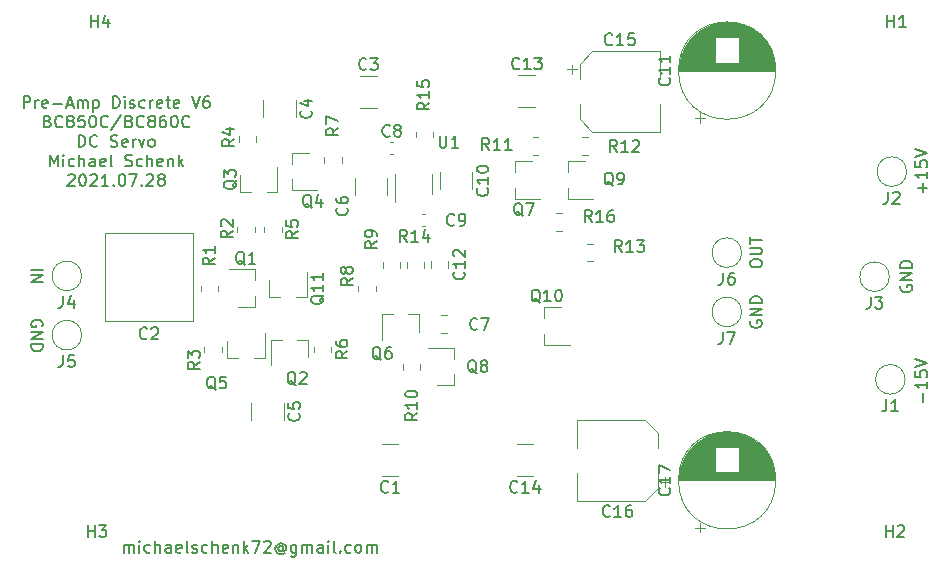
<source format=gbr>
G04 #@! TF.GenerationSoftware,KiCad,Pcbnew,(5.1.10-0-10_14)*
G04 #@! TF.CreationDate,2021-07-29T19:18:23+02:00*
G04 #@! TF.ProjectId,pre-amp-discret,7072652d-616d-4702-9d64-697363726574,rev?*
G04 #@! TF.SameCoordinates,Original*
G04 #@! TF.FileFunction,Legend,Top*
G04 #@! TF.FilePolarity,Positive*
%FSLAX46Y46*%
G04 Gerber Fmt 4.6, Leading zero omitted, Abs format (unit mm)*
G04 Created by KiCad (PCBNEW (5.1.10-0-10_14)) date 2021-07-29 19:18:23*
%MOMM*%
%LPD*%
G01*
G04 APERTURE LIST*
%ADD10C,0.150000*%
%ADD11C,0.120000*%
G04 APERTURE END LIST*
D10*
X196985000Y-122681904D02*
X196937380Y-122777142D01*
X196937380Y-122920000D01*
X196985000Y-123062857D01*
X197080238Y-123158095D01*
X197175476Y-123205714D01*
X197365952Y-123253333D01*
X197508809Y-123253333D01*
X197699285Y-123205714D01*
X197794523Y-123158095D01*
X197889761Y-123062857D01*
X197937380Y-122920000D01*
X197937380Y-122824761D01*
X197889761Y-122681904D01*
X197842142Y-122634285D01*
X197508809Y-122634285D01*
X197508809Y-122824761D01*
X197937380Y-122205714D02*
X196937380Y-122205714D01*
X197937380Y-121634285D01*
X196937380Y-121634285D01*
X197937380Y-121158095D02*
X196937380Y-121158095D01*
X196937380Y-120920000D01*
X196985000Y-120777142D01*
X197080238Y-120681904D01*
X197175476Y-120634285D01*
X197365952Y-120586666D01*
X197508809Y-120586666D01*
X197699285Y-120634285D01*
X197794523Y-120681904D01*
X197889761Y-120777142D01*
X197937380Y-120920000D01*
X197937380Y-121158095D01*
X131170114Y-145283180D02*
X131170114Y-144616514D01*
X131170114Y-144711752D02*
X131217733Y-144664133D01*
X131312971Y-144616514D01*
X131455828Y-144616514D01*
X131551066Y-144664133D01*
X131598685Y-144759371D01*
X131598685Y-145283180D01*
X131598685Y-144759371D02*
X131646304Y-144664133D01*
X131741542Y-144616514D01*
X131884400Y-144616514D01*
X131979638Y-144664133D01*
X132027257Y-144759371D01*
X132027257Y-145283180D01*
X132503447Y-145283180D02*
X132503447Y-144616514D01*
X132503447Y-144283180D02*
X132455828Y-144330800D01*
X132503447Y-144378419D01*
X132551066Y-144330800D01*
X132503447Y-144283180D01*
X132503447Y-144378419D01*
X133408209Y-145235561D02*
X133312971Y-145283180D01*
X133122495Y-145283180D01*
X133027257Y-145235561D01*
X132979638Y-145187942D01*
X132932019Y-145092704D01*
X132932019Y-144806990D01*
X132979638Y-144711752D01*
X133027257Y-144664133D01*
X133122495Y-144616514D01*
X133312971Y-144616514D01*
X133408209Y-144664133D01*
X133836780Y-145283180D02*
X133836780Y-144283180D01*
X134265352Y-145283180D02*
X134265352Y-144759371D01*
X134217733Y-144664133D01*
X134122495Y-144616514D01*
X133979638Y-144616514D01*
X133884400Y-144664133D01*
X133836780Y-144711752D01*
X135170114Y-145283180D02*
X135170114Y-144759371D01*
X135122495Y-144664133D01*
X135027257Y-144616514D01*
X134836780Y-144616514D01*
X134741542Y-144664133D01*
X135170114Y-145235561D02*
X135074876Y-145283180D01*
X134836780Y-145283180D01*
X134741542Y-145235561D01*
X134693923Y-145140323D01*
X134693923Y-145045085D01*
X134741542Y-144949847D01*
X134836780Y-144902228D01*
X135074876Y-144902228D01*
X135170114Y-144854609D01*
X136027257Y-145235561D02*
X135932019Y-145283180D01*
X135741542Y-145283180D01*
X135646304Y-145235561D01*
X135598685Y-145140323D01*
X135598685Y-144759371D01*
X135646304Y-144664133D01*
X135741542Y-144616514D01*
X135932019Y-144616514D01*
X136027257Y-144664133D01*
X136074876Y-144759371D01*
X136074876Y-144854609D01*
X135598685Y-144949847D01*
X136646304Y-145283180D02*
X136551066Y-145235561D01*
X136503447Y-145140323D01*
X136503447Y-144283180D01*
X136979638Y-145235561D02*
X137074876Y-145283180D01*
X137265352Y-145283180D01*
X137360590Y-145235561D01*
X137408209Y-145140323D01*
X137408209Y-145092704D01*
X137360590Y-144997466D01*
X137265352Y-144949847D01*
X137122495Y-144949847D01*
X137027257Y-144902228D01*
X136979638Y-144806990D01*
X136979638Y-144759371D01*
X137027257Y-144664133D01*
X137122495Y-144616514D01*
X137265352Y-144616514D01*
X137360590Y-144664133D01*
X138265352Y-145235561D02*
X138170114Y-145283180D01*
X137979638Y-145283180D01*
X137884400Y-145235561D01*
X137836780Y-145187942D01*
X137789161Y-145092704D01*
X137789161Y-144806990D01*
X137836780Y-144711752D01*
X137884400Y-144664133D01*
X137979638Y-144616514D01*
X138170114Y-144616514D01*
X138265352Y-144664133D01*
X138693923Y-145283180D02*
X138693923Y-144283180D01*
X139122495Y-145283180D02*
X139122495Y-144759371D01*
X139074876Y-144664133D01*
X138979638Y-144616514D01*
X138836780Y-144616514D01*
X138741542Y-144664133D01*
X138693923Y-144711752D01*
X139979638Y-145235561D02*
X139884400Y-145283180D01*
X139693923Y-145283180D01*
X139598685Y-145235561D01*
X139551066Y-145140323D01*
X139551066Y-144759371D01*
X139598685Y-144664133D01*
X139693923Y-144616514D01*
X139884400Y-144616514D01*
X139979638Y-144664133D01*
X140027257Y-144759371D01*
X140027257Y-144854609D01*
X139551066Y-144949847D01*
X140455828Y-144616514D02*
X140455828Y-145283180D01*
X140455828Y-144711752D02*
X140503447Y-144664133D01*
X140598685Y-144616514D01*
X140741542Y-144616514D01*
X140836780Y-144664133D01*
X140884400Y-144759371D01*
X140884400Y-145283180D01*
X141360590Y-145283180D02*
X141360590Y-144283180D01*
X141455828Y-144902228D02*
X141741542Y-145283180D01*
X141741542Y-144616514D02*
X141360590Y-144997466D01*
X142074876Y-144283180D02*
X142741542Y-144283180D01*
X142312971Y-145283180D01*
X143074876Y-144378419D02*
X143122495Y-144330800D01*
X143217733Y-144283180D01*
X143455828Y-144283180D01*
X143551066Y-144330800D01*
X143598685Y-144378419D01*
X143646304Y-144473657D01*
X143646304Y-144568895D01*
X143598685Y-144711752D01*
X143027257Y-145283180D01*
X143646304Y-145283180D01*
X144693923Y-144806990D02*
X144646304Y-144759371D01*
X144551066Y-144711752D01*
X144455828Y-144711752D01*
X144360590Y-144759371D01*
X144312971Y-144806990D01*
X144265352Y-144902228D01*
X144265352Y-144997466D01*
X144312971Y-145092704D01*
X144360590Y-145140323D01*
X144455828Y-145187942D01*
X144551066Y-145187942D01*
X144646304Y-145140323D01*
X144693923Y-145092704D01*
X144693923Y-144711752D02*
X144693923Y-145092704D01*
X144741542Y-145140323D01*
X144789161Y-145140323D01*
X144884400Y-145092704D01*
X144932019Y-144997466D01*
X144932019Y-144759371D01*
X144836780Y-144616514D01*
X144693923Y-144521276D01*
X144503447Y-144473657D01*
X144312971Y-144521276D01*
X144170114Y-144616514D01*
X144074876Y-144759371D01*
X144027257Y-144949847D01*
X144074876Y-145140323D01*
X144170114Y-145283180D01*
X144312971Y-145378419D01*
X144503447Y-145426038D01*
X144693923Y-145378419D01*
X144836780Y-145283180D01*
X145789161Y-144616514D02*
X145789161Y-145426038D01*
X145741542Y-145521276D01*
X145693923Y-145568895D01*
X145598685Y-145616514D01*
X145455828Y-145616514D01*
X145360590Y-145568895D01*
X145789161Y-145235561D02*
X145693923Y-145283180D01*
X145503447Y-145283180D01*
X145408209Y-145235561D01*
X145360590Y-145187942D01*
X145312971Y-145092704D01*
X145312971Y-144806990D01*
X145360590Y-144711752D01*
X145408209Y-144664133D01*
X145503447Y-144616514D01*
X145693923Y-144616514D01*
X145789161Y-144664133D01*
X146265352Y-145283180D02*
X146265352Y-144616514D01*
X146265352Y-144711752D02*
X146312971Y-144664133D01*
X146408209Y-144616514D01*
X146551066Y-144616514D01*
X146646304Y-144664133D01*
X146693923Y-144759371D01*
X146693923Y-145283180D01*
X146693923Y-144759371D02*
X146741542Y-144664133D01*
X146836780Y-144616514D01*
X146979638Y-144616514D01*
X147074876Y-144664133D01*
X147122495Y-144759371D01*
X147122495Y-145283180D01*
X148027257Y-145283180D02*
X148027257Y-144759371D01*
X147979638Y-144664133D01*
X147884400Y-144616514D01*
X147693923Y-144616514D01*
X147598685Y-144664133D01*
X148027257Y-145235561D02*
X147932019Y-145283180D01*
X147693923Y-145283180D01*
X147598685Y-145235561D01*
X147551066Y-145140323D01*
X147551066Y-145045085D01*
X147598685Y-144949847D01*
X147693923Y-144902228D01*
X147932019Y-144902228D01*
X148027257Y-144854609D01*
X148503447Y-145283180D02*
X148503447Y-144616514D01*
X148503447Y-144283180D02*
X148455828Y-144330800D01*
X148503447Y-144378419D01*
X148551066Y-144330800D01*
X148503447Y-144283180D01*
X148503447Y-144378419D01*
X149122495Y-145283180D02*
X149027257Y-145235561D01*
X148979638Y-145140323D01*
X148979638Y-144283180D01*
X149503447Y-145187942D02*
X149551066Y-145235561D01*
X149503447Y-145283180D01*
X149455828Y-145235561D01*
X149503447Y-145187942D01*
X149503447Y-145283180D01*
X150408209Y-145235561D02*
X150312971Y-145283180D01*
X150122495Y-145283180D01*
X150027257Y-145235561D01*
X149979638Y-145187942D01*
X149932019Y-145092704D01*
X149932019Y-144806990D01*
X149979638Y-144711752D01*
X150027257Y-144664133D01*
X150122495Y-144616514D01*
X150312971Y-144616514D01*
X150408209Y-144664133D01*
X150979638Y-145283180D02*
X150884400Y-145235561D01*
X150836780Y-145187942D01*
X150789161Y-145092704D01*
X150789161Y-144806990D01*
X150836780Y-144711752D01*
X150884400Y-144664133D01*
X150979638Y-144616514D01*
X151122495Y-144616514D01*
X151217733Y-144664133D01*
X151265352Y-144711752D01*
X151312971Y-144806990D01*
X151312971Y-145092704D01*
X151265352Y-145187942D01*
X151217733Y-145235561D01*
X151122495Y-145283180D01*
X150979638Y-145283180D01*
X151741542Y-145283180D02*
X151741542Y-144616514D01*
X151741542Y-144711752D02*
X151789161Y-144664133D01*
X151884400Y-144616514D01*
X152027257Y-144616514D01*
X152122495Y-144664133D01*
X152170114Y-144759371D01*
X152170114Y-145283180D01*
X152170114Y-144759371D02*
X152217733Y-144664133D01*
X152312971Y-144616514D01*
X152455828Y-144616514D01*
X152551066Y-144664133D01*
X152598685Y-144759371D01*
X152598685Y-145283180D01*
X122698857Y-107642380D02*
X122698857Y-106642380D01*
X123079809Y-106642380D01*
X123175047Y-106690000D01*
X123222666Y-106737619D01*
X123270285Y-106832857D01*
X123270285Y-106975714D01*
X123222666Y-107070952D01*
X123175047Y-107118571D01*
X123079809Y-107166190D01*
X122698857Y-107166190D01*
X123698857Y-107642380D02*
X123698857Y-106975714D01*
X123698857Y-107166190D02*
X123746476Y-107070952D01*
X123794095Y-107023333D01*
X123889333Y-106975714D01*
X123984571Y-106975714D01*
X124698857Y-107594761D02*
X124603619Y-107642380D01*
X124413142Y-107642380D01*
X124317904Y-107594761D01*
X124270285Y-107499523D01*
X124270285Y-107118571D01*
X124317904Y-107023333D01*
X124413142Y-106975714D01*
X124603619Y-106975714D01*
X124698857Y-107023333D01*
X124746476Y-107118571D01*
X124746476Y-107213809D01*
X124270285Y-107309047D01*
X125175047Y-107261428D02*
X125936952Y-107261428D01*
X126365523Y-107356666D02*
X126841714Y-107356666D01*
X126270285Y-107642380D02*
X126603619Y-106642380D01*
X126936952Y-107642380D01*
X127270285Y-107642380D02*
X127270285Y-106975714D01*
X127270285Y-107070952D02*
X127317904Y-107023333D01*
X127413142Y-106975714D01*
X127556000Y-106975714D01*
X127651238Y-107023333D01*
X127698857Y-107118571D01*
X127698857Y-107642380D01*
X127698857Y-107118571D02*
X127746476Y-107023333D01*
X127841714Y-106975714D01*
X127984571Y-106975714D01*
X128079809Y-107023333D01*
X128127428Y-107118571D01*
X128127428Y-107642380D01*
X128603619Y-106975714D02*
X128603619Y-107975714D01*
X128603619Y-107023333D02*
X128698857Y-106975714D01*
X128889333Y-106975714D01*
X128984571Y-107023333D01*
X129032190Y-107070952D01*
X129079809Y-107166190D01*
X129079809Y-107451904D01*
X129032190Y-107547142D01*
X128984571Y-107594761D01*
X128889333Y-107642380D01*
X128698857Y-107642380D01*
X128603619Y-107594761D01*
X130270285Y-107642380D02*
X130270285Y-106642380D01*
X130508380Y-106642380D01*
X130651238Y-106690000D01*
X130746476Y-106785238D01*
X130794095Y-106880476D01*
X130841714Y-107070952D01*
X130841714Y-107213809D01*
X130794095Y-107404285D01*
X130746476Y-107499523D01*
X130651238Y-107594761D01*
X130508380Y-107642380D01*
X130270285Y-107642380D01*
X131270285Y-107642380D02*
X131270285Y-106975714D01*
X131270285Y-106642380D02*
X131222666Y-106690000D01*
X131270285Y-106737619D01*
X131317904Y-106690000D01*
X131270285Y-106642380D01*
X131270285Y-106737619D01*
X131698857Y-107594761D02*
X131794095Y-107642380D01*
X131984571Y-107642380D01*
X132079809Y-107594761D01*
X132127428Y-107499523D01*
X132127428Y-107451904D01*
X132079809Y-107356666D01*
X131984571Y-107309047D01*
X131841714Y-107309047D01*
X131746476Y-107261428D01*
X131698857Y-107166190D01*
X131698857Y-107118571D01*
X131746476Y-107023333D01*
X131841714Y-106975714D01*
X131984571Y-106975714D01*
X132079809Y-107023333D01*
X132984571Y-107594761D02*
X132889333Y-107642380D01*
X132698857Y-107642380D01*
X132603619Y-107594761D01*
X132556000Y-107547142D01*
X132508380Y-107451904D01*
X132508380Y-107166190D01*
X132556000Y-107070952D01*
X132603619Y-107023333D01*
X132698857Y-106975714D01*
X132889333Y-106975714D01*
X132984571Y-107023333D01*
X133413142Y-107642380D02*
X133413142Y-106975714D01*
X133413142Y-107166190D02*
X133460761Y-107070952D01*
X133508380Y-107023333D01*
X133603619Y-106975714D01*
X133698857Y-106975714D01*
X134413142Y-107594761D02*
X134317904Y-107642380D01*
X134127428Y-107642380D01*
X134032190Y-107594761D01*
X133984571Y-107499523D01*
X133984571Y-107118571D01*
X134032190Y-107023333D01*
X134127428Y-106975714D01*
X134317904Y-106975714D01*
X134413142Y-107023333D01*
X134460761Y-107118571D01*
X134460761Y-107213809D01*
X133984571Y-107309047D01*
X134746476Y-106975714D02*
X135127428Y-106975714D01*
X134889333Y-106642380D02*
X134889333Y-107499523D01*
X134936952Y-107594761D01*
X135032190Y-107642380D01*
X135127428Y-107642380D01*
X135841714Y-107594761D02*
X135746476Y-107642380D01*
X135556000Y-107642380D01*
X135460761Y-107594761D01*
X135413142Y-107499523D01*
X135413142Y-107118571D01*
X135460761Y-107023333D01*
X135556000Y-106975714D01*
X135746476Y-106975714D01*
X135841714Y-107023333D01*
X135889333Y-107118571D01*
X135889333Y-107213809D01*
X135413142Y-107309047D01*
X136936952Y-106642380D02*
X137270285Y-107642380D01*
X137603619Y-106642380D01*
X138365523Y-106642380D02*
X138175047Y-106642380D01*
X138079809Y-106690000D01*
X138032190Y-106737619D01*
X137936952Y-106880476D01*
X137889333Y-107070952D01*
X137889333Y-107451904D01*
X137936952Y-107547142D01*
X137984571Y-107594761D01*
X138079809Y-107642380D01*
X138270285Y-107642380D01*
X138365523Y-107594761D01*
X138413142Y-107547142D01*
X138460761Y-107451904D01*
X138460761Y-107213809D01*
X138413142Y-107118571D01*
X138365523Y-107070952D01*
X138270285Y-107023333D01*
X138079809Y-107023333D01*
X137984571Y-107070952D01*
X137936952Y-107118571D01*
X137889333Y-107213809D01*
X124746476Y-108768571D02*
X124889333Y-108816190D01*
X124936952Y-108863809D01*
X124984571Y-108959047D01*
X124984571Y-109101904D01*
X124936952Y-109197142D01*
X124889333Y-109244761D01*
X124794095Y-109292380D01*
X124413142Y-109292380D01*
X124413142Y-108292380D01*
X124746476Y-108292380D01*
X124841714Y-108340000D01*
X124889333Y-108387619D01*
X124936952Y-108482857D01*
X124936952Y-108578095D01*
X124889333Y-108673333D01*
X124841714Y-108720952D01*
X124746476Y-108768571D01*
X124413142Y-108768571D01*
X125984571Y-109197142D02*
X125936952Y-109244761D01*
X125794095Y-109292380D01*
X125698857Y-109292380D01*
X125556000Y-109244761D01*
X125460761Y-109149523D01*
X125413142Y-109054285D01*
X125365523Y-108863809D01*
X125365523Y-108720952D01*
X125413142Y-108530476D01*
X125460761Y-108435238D01*
X125556000Y-108340000D01*
X125698857Y-108292380D01*
X125794095Y-108292380D01*
X125936952Y-108340000D01*
X125984571Y-108387619D01*
X126556000Y-108720952D02*
X126460761Y-108673333D01*
X126413142Y-108625714D01*
X126365523Y-108530476D01*
X126365523Y-108482857D01*
X126413142Y-108387619D01*
X126460761Y-108340000D01*
X126556000Y-108292380D01*
X126746476Y-108292380D01*
X126841714Y-108340000D01*
X126889333Y-108387619D01*
X126936952Y-108482857D01*
X126936952Y-108530476D01*
X126889333Y-108625714D01*
X126841714Y-108673333D01*
X126746476Y-108720952D01*
X126556000Y-108720952D01*
X126460761Y-108768571D01*
X126413142Y-108816190D01*
X126365523Y-108911428D01*
X126365523Y-109101904D01*
X126413142Y-109197142D01*
X126460761Y-109244761D01*
X126556000Y-109292380D01*
X126746476Y-109292380D01*
X126841714Y-109244761D01*
X126889333Y-109197142D01*
X126936952Y-109101904D01*
X126936952Y-108911428D01*
X126889333Y-108816190D01*
X126841714Y-108768571D01*
X126746476Y-108720952D01*
X127841714Y-108292380D02*
X127365523Y-108292380D01*
X127317904Y-108768571D01*
X127365523Y-108720952D01*
X127460761Y-108673333D01*
X127698857Y-108673333D01*
X127794095Y-108720952D01*
X127841714Y-108768571D01*
X127889333Y-108863809D01*
X127889333Y-109101904D01*
X127841714Y-109197142D01*
X127794095Y-109244761D01*
X127698857Y-109292380D01*
X127460761Y-109292380D01*
X127365523Y-109244761D01*
X127317904Y-109197142D01*
X128508380Y-108292380D02*
X128603619Y-108292380D01*
X128698857Y-108340000D01*
X128746476Y-108387619D01*
X128794095Y-108482857D01*
X128841714Y-108673333D01*
X128841714Y-108911428D01*
X128794095Y-109101904D01*
X128746476Y-109197142D01*
X128698857Y-109244761D01*
X128603619Y-109292380D01*
X128508380Y-109292380D01*
X128413142Y-109244761D01*
X128365523Y-109197142D01*
X128317904Y-109101904D01*
X128270285Y-108911428D01*
X128270285Y-108673333D01*
X128317904Y-108482857D01*
X128365523Y-108387619D01*
X128413142Y-108340000D01*
X128508380Y-108292380D01*
X129841714Y-109197142D02*
X129794095Y-109244761D01*
X129651238Y-109292380D01*
X129556000Y-109292380D01*
X129413142Y-109244761D01*
X129317904Y-109149523D01*
X129270285Y-109054285D01*
X129222666Y-108863809D01*
X129222666Y-108720952D01*
X129270285Y-108530476D01*
X129317904Y-108435238D01*
X129413142Y-108340000D01*
X129556000Y-108292380D01*
X129651238Y-108292380D01*
X129794095Y-108340000D01*
X129841714Y-108387619D01*
X130984571Y-108244761D02*
X130127428Y-109530476D01*
X131651238Y-108768571D02*
X131794095Y-108816190D01*
X131841714Y-108863809D01*
X131889333Y-108959047D01*
X131889333Y-109101904D01*
X131841714Y-109197142D01*
X131794095Y-109244761D01*
X131698857Y-109292380D01*
X131317904Y-109292380D01*
X131317904Y-108292380D01*
X131651238Y-108292380D01*
X131746476Y-108340000D01*
X131794095Y-108387619D01*
X131841714Y-108482857D01*
X131841714Y-108578095D01*
X131794095Y-108673333D01*
X131746476Y-108720952D01*
X131651238Y-108768571D01*
X131317904Y-108768571D01*
X132889333Y-109197142D02*
X132841714Y-109244761D01*
X132698857Y-109292380D01*
X132603619Y-109292380D01*
X132460761Y-109244761D01*
X132365523Y-109149523D01*
X132317904Y-109054285D01*
X132270285Y-108863809D01*
X132270285Y-108720952D01*
X132317904Y-108530476D01*
X132365523Y-108435238D01*
X132460761Y-108340000D01*
X132603619Y-108292380D01*
X132698857Y-108292380D01*
X132841714Y-108340000D01*
X132889333Y-108387619D01*
X133460761Y-108720952D02*
X133365523Y-108673333D01*
X133317904Y-108625714D01*
X133270285Y-108530476D01*
X133270285Y-108482857D01*
X133317904Y-108387619D01*
X133365523Y-108340000D01*
X133460761Y-108292380D01*
X133651238Y-108292380D01*
X133746476Y-108340000D01*
X133794095Y-108387619D01*
X133841714Y-108482857D01*
X133841714Y-108530476D01*
X133794095Y-108625714D01*
X133746476Y-108673333D01*
X133651238Y-108720952D01*
X133460761Y-108720952D01*
X133365523Y-108768571D01*
X133317904Y-108816190D01*
X133270285Y-108911428D01*
X133270285Y-109101904D01*
X133317904Y-109197142D01*
X133365523Y-109244761D01*
X133460761Y-109292380D01*
X133651238Y-109292380D01*
X133746476Y-109244761D01*
X133794095Y-109197142D01*
X133841714Y-109101904D01*
X133841714Y-108911428D01*
X133794095Y-108816190D01*
X133746476Y-108768571D01*
X133651238Y-108720952D01*
X134698857Y-108292380D02*
X134508380Y-108292380D01*
X134413142Y-108340000D01*
X134365523Y-108387619D01*
X134270285Y-108530476D01*
X134222666Y-108720952D01*
X134222666Y-109101904D01*
X134270285Y-109197142D01*
X134317904Y-109244761D01*
X134413142Y-109292380D01*
X134603619Y-109292380D01*
X134698857Y-109244761D01*
X134746476Y-109197142D01*
X134794095Y-109101904D01*
X134794095Y-108863809D01*
X134746476Y-108768571D01*
X134698857Y-108720952D01*
X134603619Y-108673333D01*
X134413142Y-108673333D01*
X134317904Y-108720952D01*
X134270285Y-108768571D01*
X134222666Y-108863809D01*
X135413142Y-108292380D02*
X135508380Y-108292380D01*
X135603619Y-108340000D01*
X135651238Y-108387619D01*
X135698857Y-108482857D01*
X135746476Y-108673333D01*
X135746476Y-108911428D01*
X135698857Y-109101904D01*
X135651238Y-109197142D01*
X135603619Y-109244761D01*
X135508380Y-109292380D01*
X135413142Y-109292380D01*
X135317904Y-109244761D01*
X135270285Y-109197142D01*
X135222666Y-109101904D01*
X135175047Y-108911428D01*
X135175047Y-108673333D01*
X135222666Y-108482857D01*
X135270285Y-108387619D01*
X135317904Y-108340000D01*
X135413142Y-108292380D01*
X136746476Y-109197142D02*
X136698857Y-109244761D01*
X136556000Y-109292380D01*
X136460761Y-109292380D01*
X136317904Y-109244761D01*
X136222666Y-109149523D01*
X136175047Y-109054285D01*
X136127428Y-108863809D01*
X136127428Y-108720952D01*
X136175047Y-108530476D01*
X136222666Y-108435238D01*
X136317904Y-108340000D01*
X136460761Y-108292380D01*
X136556000Y-108292380D01*
X136698857Y-108340000D01*
X136746476Y-108387619D01*
X127365523Y-110942380D02*
X127365523Y-109942380D01*
X127603619Y-109942380D01*
X127746476Y-109990000D01*
X127841714Y-110085238D01*
X127889333Y-110180476D01*
X127936952Y-110370952D01*
X127936952Y-110513809D01*
X127889333Y-110704285D01*
X127841714Y-110799523D01*
X127746476Y-110894761D01*
X127603619Y-110942380D01*
X127365523Y-110942380D01*
X128936952Y-110847142D02*
X128889333Y-110894761D01*
X128746476Y-110942380D01*
X128651238Y-110942380D01*
X128508380Y-110894761D01*
X128413142Y-110799523D01*
X128365523Y-110704285D01*
X128317904Y-110513809D01*
X128317904Y-110370952D01*
X128365523Y-110180476D01*
X128413142Y-110085238D01*
X128508380Y-109990000D01*
X128651238Y-109942380D01*
X128746476Y-109942380D01*
X128889333Y-109990000D01*
X128936952Y-110037619D01*
X130079809Y-110894761D02*
X130222666Y-110942380D01*
X130460761Y-110942380D01*
X130556000Y-110894761D01*
X130603619Y-110847142D01*
X130651238Y-110751904D01*
X130651238Y-110656666D01*
X130603619Y-110561428D01*
X130556000Y-110513809D01*
X130460761Y-110466190D01*
X130270285Y-110418571D01*
X130175047Y-110370952D01*
X130127428Y-110323333D01*
X130079809Y-110228095D01*
X130079809Y-110132857D01*
X130127428Y-110037619D01*
X130175047Y-109990000D01*
X130270285Y-109942380D01*
X130508380Y-109942380D01*
X130651238Y-109990000D01*
X131460761Y-110894761D02*
X131365523Y-110942380D01*
X131175047Y-110942380D01*
X131079809Y-110894761D01*
X131032190Y-110799523D01*
X131032190Y-110418571D01*
X131079809Y-110323333D01*
X131175047Y-110275714D01*
X131365523Y-110275714D01*
X131460761Y-110323333D01*
X131508380Y-110418571D01*
X131508380Y-110513809D01*
X131032190Y-110609047D01*
X131936952Y-110942380D02*
X131936952Y-110275714D01*
X131936952Y-110466190D02*
X131984571Y-110370952D01*
X132032190Y-110323333D01*
X132127428Y-110275714D01*
X132222666Y-110275714D01*
X132460761Y-110275714D02*
X132698857Y-110942380D01*
X132936952Y-110275714D01*
X133460761Y-110942380D02*
X133365523Y-110894761D01*
X133317904Y-110847142D01*
X133270285Y-110751904D01*
X133270285Y-110466190D01*
X133317904Y-110370952D01*
X133365523Y-110323333D01*
X133460761Y-110275714D01*
X133603619Y-110275714D01*
X133698857Y-110323333D01*
X133746476Y-110370952D01*
X133794095Y-110466190D01*
X133794095Y-110751904D01*
X133746476Y-110847142D01*
X133698857Y-110894761D01*
X133603619Y-110942380D01*
X133460761Y-110942380D01*
X124936952Y-112592380D02*
X124936952Y-111592380D01*
X125270285Y-112306666D01*
X125603619Y-111592380D01*
X125603619Y-112592380D01*
X126079809Y-112592380D02*
X126079809Y-111925714D01*
X126079809Y-111592380D02*
X126032190Y-111640000D01*
X126079809Y-111687619D01*
X126127428Y-111640000D01*
X126079809Y-111592380D01*
X126079809Y-111687619D01*
X126984571Y-112544761D02*
X126889333Y-112592380D01*
X126698857Y-112592380D01*
X126603619Y-112544761D01*
X126556000Y-112497142D01*
X126508380Y-112401904D01*
X126508380Y-112116190D01*
X126556000Y-112020952D01*
X126603619Y-111973333D01*
X126698857Y-111925714D01*
X126889333Y-111925714D01*
X126984571Y-111973333D01*
X127413142Y-112592380D02*
X127413142Y-111592380D01*
X127841714Y-112592380D02*
X127841714Y-112068571D01*
X127794095Y-111973333D01*
X127698857Y-111925714D01*
X127556000Y-111925714D01*
X127460761Y-111973333D01*
X127413142Y-112020952D01*
X128746476Y-112592380D02*
X128746476Y-112068571D01*
X128698857Y-111973333D01*
X128603619Y-111925714D01*
X128413142Y-111925714D01*
X128317904Y-111973333D01*
X128746476Y-112544761D02*
X128651238Y-112592380D01*
X128413142Y-112592380D01*
X128317904Y-112544761D01*
X128270285Y-112449523D01*
X128270285Y-112354285D01*
X128317904Y-112259047D01*
X128413142Y-112211428D01*
X128651238Y-112211428D01*
X128746476Y-112163809D01*
X129603619Y-112544761D02*
X129508380Y-112592380D01*
X129317904Y-112592380D01*
X129222666Y-112544761D01*
X129175047Y-112449523D01*
X129175047Y-112068571D01*
X129222666Y-111973333D01*
X129317904Y-111925714D01*
X129508380Y-111925714D01*
X129603619Y-111973333D01*
X129651238Y-112068571D01*
X129651238Y-112163809D01*
X129175047Y-112259047D01*
X130222666Y-112592380D02*
X130127428Y-112544761D01*
X130079809Y-112449523D01*
X130079809Y-111592380D01*
X131317904Y-112544761D02*
X131460761Y-112592380D01*
X131698857Y-112592380D01*
X131794095Y-112544761D01*
X131841714Y-112497142D01*
X131889333Y-112401904D01*
X131889333Y-112306666D01*
X131841714Y-112211428D01*
X131794095Y-112163809D01*
X131698857Y-112116190D01*
X131508380Y-112068571D01*
X131413142Y-112020952D01*
X131365523Y-111973333D01*
X131317904Y-111878095D01*
X131317904Y-111782857D01*
X131365523Y-111687619D01*
X131413142Y-111640000D01*
X131508380Y-111592380D01*
X131746476Y-111592380D01*
X131889333Y-111640000D01*
X132746476Y-112544761D02*
X132651238Y-112592380D01*
X132460761Y-112592380D01*
X132365523Y-112544761D01*
X132317904Y-112497142D01*
X132270285Y-112401904D01*
X132270285Y-112116190D01*
X132317904Y-112020952D01*
X132365523Y-111973333D01*
X132460761Y-111925714D01*
X132651238Y-111925714D01*
X132746476Y-111973333D01*
X133175047Y-112592380D02*
X133175047Y-111592380D01*
X133603619Y-112592380D02*
X133603619Y-112068571D01*
X133556000Y-111973333D01*
X133460761Y-111925714D01*
X133317904Y-111925714D01*
X133222666Y-111973333D01*
X133175047Y-112020952D01*
X134460761Y-112544761D02*
X134365523Y-112592380D01*
X134175047Y-112592380D01*
X134079809Y-112544761D01*
X134032190Y-112449523D01*
X134032190Y-112068571D01*
X134079809Y-111973333D01*
X134175047Y-111925714D01*
X134365523Y-111925714D01*
X134460761Y-111973333D01*
X134508380Y-112068571D01*
X134508380Y-112163809D01*
X134032190Y-112259047D01*
X134936952Y-111925714D02*
X134936952Y-112592380D01*
X134936952Y-112020952D02*
X134984571Y-111973333D01*
X135079809Y-111925714D01*
X135222666Y-111925714D01*
X135317904Y-111973333D01*
X135365523Y-112068571D01*
X135365523Y-112592380D01*
X135841714Y-112592380D02*
X135841714Y-111592380D01*
X135936952Y-112211428D02*
X136222666Y-112592380D01*
X136222666Y-111925714D02*
X135841714Y-112306666D01*
X126460761Y-113337619D02*
X126508380Y-113290000D01*
X126603619Y-113242380D01*
X126841714Y-113242380D01*
X126936952Y-113290000D01*
X126984571Y-113337619D01*
X127032190Y-113432857D01*
X127032190Y-113528095D01*
X126984571Y-113670952D01*
X126413142Y-114242380D01*
X127032190Y-114242380D01*
X127651238Y-113242380D02*
X127746476Y-113242380D01*
X127841714Y-113290000D01*
X127889333Y-113337619D01*
X127936952Y-113432857D01*
X127984571Y-113623333D01*
X127984571Y-113861428D01*
X127936952Y-114051904D01*
X127889333Y-114147142D01*
X127841714Y-114194761D01*
X127746476Y-114242380D01*
X127651238Y-114242380D01*
X127556000Y-114194761D01*
X127508380Y-114147142D01*
X127460761Y-114051904D01*
X127413142Y-113861428D01*
X127413142Y-113623333D01*
X127460761Y-113432857D01*
X127508380Y-113337619D01*
X127556000Y-113290000D01*
X127651238Y-113242380D01*
X128365523Y-113337619D02*
X128413142Y-113290000D01*
X128508380Y-113242380D01*
X128746476Y-113242380D01*
X128841714Y-113290000D01*
X128889333Y-113337619D01*
X128936952Y-113432857D01*
X128936952Y-113528095D01*
X128889333Y-113670952D01*
X128317904Y-114242380D01*
X128936952Y-114242380D01*
X129889333Y-114242380D02*
X129317904Y-114242380D01*
X129603619Y-114242380D02*
X129603619Y-113242380D01*
X129508380Y-113385238D01*
X129413142Y-113480476D01*
X129317904Y-113528095D01*
X130317904Y-114147142D02*
X130365523Y-114194761D01*
X130317904Y-114242380D01*
X130270285Y-114194761D01*
X130317904Y-114147142D01*
X130317904Y-114242380D01*
X130984571Y-113242380D02*
X131079809Y-113242380D01*
X131175047Y-113290000D01*
X131222666Y-113337619D01*
X131270285Y-113432857D01*
X131317904Y-113623333D01*
X131317904Y-113861428D01*
X131270285Y-114051904D01*
X131222666Y-114147142D01*
X131175047Y-114194761D01*
X131079809Y-114242380D01*
X130984571Y-114242380D01*
X130889333Y-114194761D01*
X130841714Y-114147142D01*
X130794095Y-114051904D01*
X130746476Y-113861428D01*
X130746476Y-113623333D01*
X130794095Y-113432857D01*
X130841714Y-113337619D01*
X130889333Y-113290000D01*
X130984571Y-113242380D01*
X131651238Y-113242380D02*
X132317904Y-113242380D01*
X131889333Y-114242380D01*
X132698857Y-114147142D02*
X132746476Y-114194761D01*
X132698857Y-114242380D01*
X132651238Y-114194761D01*
X132698857Y-114147142D01*
X132698857Y-114242380D01*
X133127428Y-113337619D02*
X133175047Y-113290000D01*
X133270285Y-113242380D01*
X133508380Y-113242380D01*
X133603619Y-113290000D01*
X133651238Y-113337619D01*
X133698857Y-113432857D01*
X133698857Y-113528095D01*
X133651238Y-113670952D01*
X133079809Y-114242380D01*
X133698857Y-114242380D01*
X134270285Y-113670952D02*
X134175047Y-113623333D01*
X134127428Y-113575714D01*
X134079809Y-113480476D01*
X134079809Y-113432857D01*
X134127428Y-113337619D01*
X134175047Y-113290000D01*
X134270285Y-113242380D01*
X134460761Y-113242380D01*
X134556000Y-113290000D01*
X134603619Y-113337619D01*
X134651238Y-113432857D01*
X134651238Y-113480476D01*
X134603619Y-113575714D01*
X134556000Y-113623333D01*
X134460761Y-113670952D01*
X134270285Y-113670952D01*
X134175047Y-113718571D01*
X134127428Y-113766190D01*
X134079809Y-113861428D01*
X134079809Y-114051904D01*
X134127428Y-114147142D01*
X134175047Y-114194761D01*
X134270285Y-114242380D01*
X134460761Y-114242380D01*
X134556000Y-114194761D01*
X134603619Y-114147142D01*
X134651238Y-114051904D01*
X134651238Y-113861428D01*
X134603619Y-113766190D01*
X134556000Y-113718571D01*
X134460761Y-113670952D01*
X184259600Y-125679104D02*
X184211980Y-125774342D01*
X184211980Y-125917200D01*
X184259600Y-126060057D01*
X184354838Y-126155295D01*
X184450076Y-126202914D01*
X184640552Y-126250533D01*
X184783409Y-126250533D01*
X184973885Y-126202914D01*
X185069123Y-126155295D01*
X185164361Y-126060057D01*
X185211980Y-125917200D01*
X185211980Y-125821961D01*
X185164361Y-125679104D01*
X185116742Y-125631485D01*
X184783409Y-125631485D01*
X184783409Y-125821961D01*
X185211980Y-125202914D02*
X184211980Y-125202914D01*
X185211980Y-124631485D01*
X184211980Y-124631485D01*
X185211980Y-124155295D02*
X184211980Y-124155295D01*
X184211980Y-123917200D01*
X184259600Y-123774342D01*
X184354838Y-123679104D01*
X184450076Y-123631485D01*
X184640552Y-123583866D01*
X184783409Y-123583866D01*
X184973885Y-123631485D01*
X185069123Y-123679104D01*
X185164361Y-123774342D01*
X185211980Y-123917200D01*
X185211980Y-124155295D01*
X184211980Y-120888000D02*
X184211980Y-120697523D01*
X184259600Y-120602285D01*
X184354838Y-120507047D01*
X184545314Y-120459428D01*
X184878647Y-120459428D01*
X185069123Y-120507047D01*
X185164361Y-120602285D01*
X185211980Y-120697523D01*
X185211980Y-120888000D01*
X185164361Y-120983238D01*
X185069123Y-121078476D01*
X184878647Y-121126095D01*
X184545314Y-121126095D01*
X184354838Y-121078476D01*
X184259600Y-120983238D01*
X184211980Y-120888000D01*
X184211980Y-120030857D02*
X185021504Y-120030857D01*
X185116742Y-119983238D01*
X185164361Y-119935619D01*
X185211980Y-119840380D01*
X185211980Y-119649904D01*
X185164361Y-119554666D01*
X185116742Y-119507047D01*
X185021504Y-119459428D01*
X184211980Y-119459428D01*
X184211980Y-119126095D02*
X184211980Y-118554666D01*
X185211980Y-118840380D02*
X184211980Y-118840380D01*
X124299600Y-126136495D02*
X124347219Y-126041257D01*
X124347219Y-125898400D01*
X124299600Y-125755542D01*
X124204361Y-125660304D01*
X124109123Y-125612685D01*
X123918647Y-125565066D01*
X123775790Y-125565066D01*
X123585314Y-125612685D01*
X123490076Y-125660304D01*
X123394838Y-125755542D01*
X123347219Y-125898400D01*
X123347219Y-125993638D01*
X123394838Y-126136495D01*
X123442457Y-126184114D01*
X123775790Y-126184114D01*
X123775790Y-125993638D01*
X123347219Y-126612685D02*
X124347219Y-126612685D01*
X123347219Y-127184114D01*
X124347219Y-127184114D01*
X123347219Y-127660304D02*
X124347219Y-127660304D01*
X124347219Y-127898400D01*
X124299600Y-128041257D01*
X124204361Y-128136495D01*
X124109123Y-128184114D01*
X123918647Y-128231733D01*
X123775790Y-128231733D01*
X123585314Y-128184114D01*
X123490076Y-128136495D01*
X123394838Y-128041257D01*
X123347219Y-127898400D01*
X123347219Y-127660304D01*
X123347219Y-121345390D02*
X124347219Y-121345390D01*
X123347219Y-121821580D02*
X124347219Y-121821580D01*
X123347219Y-122393009D01*
X124347219Y-122393009D01*
X198826428Y-132571904D02*
X198826428Y-131810000D01*
X199207380Y-130810000D02*
X199207380Y-131381428D01*
X199207380Y-131095714D02*
X198207380Y-131095714D01*
X198350238Y-131190952D01*
X198445476Y-131286190D01*
X198493095Y-131381428D01*
X198207380Y-129905238D02*
X198207380Y-130381428D01*
X198683571Y-130429047D01*
X198635952Y-130381428D01*
X198588333Y-130286190D01*
X198588333Y-130048095D01*
X198635952Y-129952857D01*
X198683571Y-129905238D01*
X198778809Y-129857619D01*
X199016904Y-129857619D01*
X199112142Y-129905238D01*
X199159761Y-129952857D01*
X199207380Y-130048095D01*
X199207380Y-130286190D01*
X199159761Y-130381428D01*
X199112142Y-130429047D01*
X198207380Y-129571904D02*
X199207380Y-129238571D01*
X198207380Y-128905238D01*
X198826428Y-114791904D02*
X198826428Y-114030000D01*
X199207380Y-114410952D02*
X198445476Y-114410952D01*
X199207380Y-113030000D02*
X199207380Y-113601428D01*
X199207380Y-113315714D02*
X198207380Y-113315714D01*
X198350238Y-113410952D01*
X198445476Y-113506190D01*
X198493095Y-113601428D01*
X198207380Y-112125238D02*
X198207380Y-112601428D01*
X198683571Y-112649047D01*
X198635952Y-112601428D01*
X198588333Y-112506190D01*
X198588333Y-112268095D01*
X198635952Y-112172857D01*
X198683571Y-112125238D01*
X198778809Y-112077619D01*
X199016904Y-112077619D01*
X199112142Y-112125238D01*
X199159761Y-112172857D01*
X199207380Y-112268095D01*
X199207380Y-112506190D01*
X199159761Y-112601428D01*
X199112142Y-112649047D01*
X198207380Y-111791904D02*
X199207380Y-111458571D01*
X198207380Y-111125238D01*
D11*
X179555400Y-143173698D02*
X180355400Y-143173698D01*
X179955400Y-143573698D02*
X179955400Y-142773698D01*
X181737400Y-135083000D02*
X182803400Y-135083000D01*
X181502400Y-135123000D02*
X183038400Y-135123000D01*
X181322400Y-135163000D02*
X183218400Y-135163000D01*
X181172400Y-135203000D02*
X183368400Y-135203000D01*
X181041400Y-135243000D02*
X183499400Y-135243000D01*
X180924400Y-135283000D02*
X183616400Y-135283000D01*
X180817400Y-135323000D02*
X183723400Y-135323000D01*
X180718400Y-135363000D02*
X183822400Y-135363000D01*
X180625400Y-135403000D02*
X183915400Y-135403000D01*
X180539400Y-135443000D02*
X184001400Y-135443000D01*
X180457400Y-135483000D02*
X184083400Y-135483000D01*
X180380400Y-135523000D02*
X184160400Y-135523000D01*
X180306400Y-135563000D02*
X184234400Y-135563000D01*
X180236400Y-135603000D02*
X184304400Y-135603000D01*
X180168400Y-135643000D02*
X184372400Y-135643000D01*
X180104400Y-135683000D02*
X184436400Y-135683000D01*
X180042400Y-135723000D02*
X184498400Y-135723000D01*
X179983400Y-135763000D02*
X184557400Y-135763000D01*
X179925400Y-135803000D02*
X184615400Y-135803000D01*
X179870400Y-135843000D02*
X184670400Y-135843000D01*
X179816400Y-135883000D02*
X184724400Y-135883000D01*
X179765400Y-135923000D02*
X184775400Y-135923000D01*
X179714400Y-135963000D02*
X184826400Y-135963000D01*
X179666400Y-136003000D02*
X184874400Y-136003000D01*
X179619400Y-136043000D02*
X184921400Y-136043000D01*
X179573400Y-136083000D02*
X184967400Y-136083000D01*
X179529400Y-136123000D02*
X185011400Y-136123000D01*
X179486400Y-136163000D02*
X185054400Y-136163000D01*
X179444400Y-136203000D02*
X185096400Y-136203000D01*
X179403400Y-136243000D02*
X185137400Y-136243000D01*
X179363400Y-136283000D02*
X185177400Y-136283000D01*
X179325400Y-136323000D02*
X185215400Y-136323000D01*
X179287400Y-136363000D02*
X185253400Y-136363000D01*
X183310400Y-136403000D02*
X185289400Y-136403000D01*
X179251400Y-136403000D02*
X181230400Y-136403000D01*
X183310400Y-136443000D02*
X185325400Y-136443000D01*
X179215400Y-136443000D02*
X181230400Y-136443000D01*
X183310400Y-136483000D02*
X185360400Y-136483000D01*
X179180400Y-136483000D02*
X181230400Y-136483000D01*
X183310400Y-136523000D02*
X185394400Y-136523000D01*
X179146400Y-136523000D02*
X181230400Y-136523000D01*
X183310400Y-136563000D02*
X185426400Y-136563000D01*
X179114400Y-136563000D02*
X181230400Y-136563000D01*
X183310400Y-136603000D02*
X185459400Y-136603000D01*
X179081400Y-136603000D02*
X181230400Y-136603000D01*
X183310400Y-136643000D02*
X185490400Y-136643000D01*
X179050400Y-136643000D02*
X181230400Y-136643000D01*
X183310400Y-136683000D02*
X185520400Y-136683000D01*
X179020400Y-136683000D02*
X181230400Y-136683000D01*
X183310400Y-136723000D02*
X185550400Y-136723000D01*
X178990400Y-136723000D02*
X181230400Y-136723000D01*
X183310400Y-136763000D02*
X185579400Y-136763000D01*
X178961400Y-136763000D02*
X181230400Y-136763000D01*
X183310400Y-136803000D02*
X185608400Y-136803000D01*
X178932400Y-136803000D02*
X181230400Y-136803000D01*
X183310400Y-136843000D02*
X185635400Y-136843000D01*
X178905400Y-136843000D02*
X181230400Y-136843000D01*
X183310400Y-136883000D02*
X185662400Y-136883000D01*
X178878400Y-136883000D02*
X181230400Y-136883000D01*
X183310400Y-136923000D02*
X185688400Y-136923000D01*
X178852400Y-136923000D02*
X181230400Y-136923000D01*
X183310400Y-136963000D02*
X185714400Y-136963000D01*
X178826400Y-136963000D02*
X181230400Y-136963000D01*
X183310400Y-137003000D02*
X185739400Y-137003000D01*
X178801400Y-137003000D02*
X181230400Y-137003000D01*
X183310400Y-137043000D02*
X185763400Y-137043000D01*
X178777400Y-137043000D02*
X181230400Y-137043000D01*
X183310400Y-137083000D02*
X185787400Y-137083000D01*
X178753400Y-137083000D02*
X181230400Y-137083000D01*
X183310400Y-137123000D02*
X185810400Y-137123000D01*
X178730400Y-137123000D02*
X181230400Y-137123000D01*
X183310400Y-137163000D02*
X185832400Y-137163000D01*
X178708400Y-137163000D02*
X181230400Y-137163000D01*
X183310400Y-137203000D02*
X185854400Y-137203000D01*
X178686400Y-137203000D02*
X181230400Y-137203000D01*
X183310400Y-137243000D02*
X185876400Y-137243000D01*
X178664400Y-137243000D02*
X181230400Y-137243000D01*
X183310400Y-137283000D02*
X185897400Y-137283000D01*
X178643400Y-137283000D02*
X181230400Y-137283000D01*
X183310400Y-137323000D02*
X185917400Y-137323000D01*
X178623400Y-137323000D02*
X181230400Y-137323000D01*
X183310400Y-137363000D02*
X185936400Y-137363000D01*
X178604400Y-137363000D02*
X181230400Y-137363000D01*
X183310400Y-137403000D02*
X185956400Y-137403000D01*
X178584400Y-137403000D02*
X181230400Y-137403000D01*
X183310400Y-137443000D02*
X185974400Y-137443000D01*
X178566400Y-137443000D02*
X181230400Y-137443000D01*
X183310400Y-137483000D02*
X185992400Y-137483000D01*
X178548400Y-137483000D02*
X181230400Y-137483000D01*
X183310400Y-137523000D02*
X186010400Y-137523000D01*
X178530400Y-137523000D02*
X181230400Y-137523000D01*
X183310400Y-137563000D02*
X186027400Y-137563000D01*
X178513400Y-137563000D02*
X181230400Y-137563000D01*
X183310400Y-137603000D02*
X186044400Y-137603000D01*
X178496400Y-137603000D02*
X181230400Y-137603000D01*
X183310400Y-137643000D02*
X186060400Y-137643000D01*
X178480400Y-137643000D02*
X181230400Y-137643000D01*
X183310400Y-137683000D02*
X186075400Y-137683000D01*
X178465400Y-137683000D02*
X181230400Y-137683000D01*
X183310400Y-137723000D02*
X186091400Y-137723000D01*
X178449400Y-137723000D02*
X181230400Y-137723000D01*
X183310400Y-137763000D02*
X186105400Y-137763000D01*
X178435400Y-137763000D02*
X181230400Y-137763000D01*
X183310400Y-137803000D02*
X186120400Y-137803000D01*
X178420400Y-137803000D02*
X181230400Y-137803000D01*
X183310400Y-137843000D02*
X186133400Y-137843000D01*
X178407400Y-137843000D02*
X181230400Y-137843000D01*
X183310400Y-137883000D02*
X186147400Y-137883000D01*
X178393400Y-137883000D02*
X181230400Y-137883000D01*
X183310400Y-137923000D02*
X186159400Y-137923000D01*
X178381400Y-137923000D02*
X181230400Y-137923000D01*
X183310400Y-137963000D02*
X186172400Y-137963000D01*
X178368400Y-137963000D02*
X181230400Y-137963000D01*
X183310400Y-138003000D02*
X186184400Y-138003000D01*
X178356400Y-138003000D02*
X181230400Y-138003000D01*
X183310400Y-138043000D02*
X186195400Y-138043000D01*
X178345400Y-138043000D02*
X181230400Y-138043000D01*
X183310400Y-138083000D02*
X186206400Y-138083000D01*
X178334400Y-138083000D02*
X181230400Y-138083000D01*
X183310400Y-138123000D02*
X186217400Y-138123000D01*
X178323400Y-138123000D02*
X181230400Y-138123000D01*
X183310400Y-138163000D02*
X186227400Y-138163000D01*
X178313400Y-138163000D02*
X181230400Y-138163000D01*
X183310400Y-138203000D02*
X186237400Y-138203000D01*
X178303400Y-138203000D02*
X181230400Y-138203000D01*
X183310400Y-138243000D02*
X186246400Y-138243000D01*
X178294400Y-138243000D02*
X181230400Y-138243000D01*
X183310400Y-138283000D02*
X186255400Y-138283000D01*
X178285400Y-138283000D02*
X181230400Y-138283000D01*
X183310400Y-138323000D02*
X186264400Y-138323000D01*
X178276400Y-138323000D02*
X181230400Y-138323000D01*
X183310400Y-138363000D02*
X186272400Y-138363000D01*
X178268400Y-138363000D02*
X181230400Y-138363000D01*
X183310400Y-138403000D02*
X186280400Y-138403000D01*
X178260400Y-138403000D02*
X181230400Y-138403000D01*
X183310400Y-138443000D02*
X186287400Y-138443000D01*
X178253400Y-138443000D02*
X181230400Y-138443000D01*
X178246400Y-138484000D02*
X186294400Y-138484000D01*
X178240400Y-138524000D02*
X186300400Y-138524000D01*
X178233400Y-138564000D02*
X186307400Y-138564000D01*
X178228400Y-138604000D02*
X186312400Y-138604000D01*
X178222400Y-138644000D02*
X186318400Y-138644000D01*
X178218400Y-138684000D02*
X186322400Y-138684000D01*
X178213400Y-138724000D02*
X186327400Y-138724000D01*
X178209400Y-138764000D02*
X186331400Y-138764000D01*
X178205400Y-138804000D02*
X186335400Y-138804000D01*
X178202400Y-138844000D02*
X186338400Y-138844000D01*
X178199400Y-138884000D02*
X186341400Y-138884000D01*
X178196400Y-138924000D02*
X186344400Y-138924000D01*
X178194400Y-138964000D02*
X186346400Y-138964000D01*
X178193400Y-139004000D02*
X186347400Y-139004000D01*
X178191400Y-139044000D02*
X186349400Y-139044000D01*
X178190400Y-139084000D02*
X186350400Y-139084000D01*
X178190400Y-139124000D02*
X186350400Y-139124000D01*
X178190400Y-139164000D02*
X186350400Y-139164000D01*
X186390400Y-139164000D02*
G75*
G03*
X186390400Y-139164000I-4120000J0D01*
G01*
X179555400Y-108482498D02*
X180355400Y-108482498D01*
X179955400Y-108882498D02*
X179955400Y-108082498D01*
X181737400Y-100391800D02*
X182803400Y-100391800D01*
X181502400Y-100431800D02*
X183038400Y-100431800D01*
X181322400Y-100471800D02*
X183218400Y-100471800D01*
X181172400Y-100511800D02*
X183368400Y-100511800D01*
X181041400Y-100551800D02*
X183499400Y-100551800D01*
X180924400Y-100591800D02*
X183616400Y-100591800D01*
X180817400Y-100631800D02*
X183723400Y-100631800D01*
X180718400Y-100671800D02*
X183822400Y-100671800D01*
X180625400Y-100711800D02*
X183915400Y-100711800D01*
X180539400Y-100751800D02*
X184001400Y-100751800D01*
X180457400Y-100791800D02*
X184083400Y-100791800D01*
X180380400Y-100831800D02*
X184160400Y-100831800D01*
X180306400Y-100871800D02*
X184234400Y-100871800D01*
X180236400Y-100911800D02*
X184304400Y-100911800D01*
X180168400Y-100951800D02*
X184372400Y-100951800D01*
X180104400Y-100991800D02*
X184436400Y-100991800D01*
X180042400Y-101031800D02*
X184498400Y-101031800D01*
X179983400Y-101071800D02*
X184557400Y-101071800D01*
X179925400Y-101111800D02*
X184615400Y-101111800D01*
X179870400Y-101151800D02*
X184670400Y-101151800D01*
X179816400Y-101191800D02*
X184724400Y-101191800D01*
X179765400Y-101231800D02*
X184775400Y-101231800D01*
X179714400Y-101271800D02*
X184826400Y-101271800D01*
X179666400Y-101311800D02*
X184874400Y-101311800D01*
X179619400Y-101351800D02*
X184921400Y-101351800D01*
X179573400Y-101391800D02*
X184967400Y-101391800D01*
X179529400Y-101431800D02*
X185011400Y-101431800D01*
X179486400Y-101471800D02*
X185054400Y-101471800D01*
X179444400Y-101511800D02*
X185096400Y-101511800D01*
X179403400Y-101551800D02*
X185137400Y-101551800D01*
X179363400Y-101591800D02*
X185177400Y-101591800D01*
X179325400Y-101631800D02*
X185215400Y-101631800D01*
X179287400Y-101671800D02*
X185253400Y-101671800D01*
X183310400Y-101711800D02*
X185289400Y-101711800D01*
X179251400Y-101711800D02*
X181230400Y-101711800D01*
X183310400Y-101751800D02*
X185325400Y-101751800D01*
X179215400Y-101751800D02*
X181230400Y-101751800D01*
X183310400Y-101791800D02*
X185360400Y-101791800D01*
X179180400Y-101791800D02*
X181230400Y-101791800D01*
X183310400Y-101831800D02*
X185394400Y-101831800D01*
X179146400Y-101831800D02*
X181230400Y-101831800D01*
X183310400Y-101871800D02*
X185426400Y-101871800D01*
X179114400Y-101871800D02*
X181230400Y-101871800D01*
X183310400Y-101911800D02*
X185459400Y-101911800D01*
X179081400Y-101911800D02*
X181230400Y-101911800D01*
X183310400Y-101951800D02*
X185490400Y-101951800D01*
X179050400Y-101951800D02*
X181230400Y-101951800D01*
X183310400Y-101991800D02*
X185520400Y-101991800D01*
X179020400Y-101991800D02*
X181230400Y-101991800D01*
X183310400Y-102031800D02*
X185550400Y-102031800D01*
X178990400Y-102031800D02*
X181230400Y-102031800D01*
X183310400Y-102071800D02*
X185579400Y-102071800D01*
X178961400Y-102071800D02*
X181230400Y-102071800D01*
X183310400Y-102111800D02*
X185608400Y-102111800D01*
X178932400Y-102111800D02*
X181230400Y-102111800D01*
X183310400Y-102151800D02*
X185635400Y-102151800D01*
X178905400Y-102151800D02*
X181230400Y-102151800D01*
X183310400Y-102191800D02*
X185662400Y-102191800D01*
X178878400Y-102191800D02*
X181230400Y-102191800D01*
X183310400Y-102231800D02*
X185688400Y-102231800D01*
X178852400Y-102231800D02*
X181230400Y-102231800D01*
X183310400Y-102271800D02*
X185714400Y-102271800D01*
X178826400Y-102271800D02*
X181230400Y-102271800D01*
X183310400Y-102311800D02*
X185739400Y-102311800D01*
X178801400Y-102311800D02*
X181230400Y-102311800D01*
X183310400Y-102351800D02*
X185763400Y-102351800D01*
X178777400Y-102351800D02*
X181230400Y-102351800D01*
X183310400Y-102391800D02*
X185787400Y-102391800D01*
X178753400Y-102391800D02*
X181230400Y-102391800D01*
X183310400Y-102431800D02*
X185810400Y-102431800D01*
X178730400Y-102431800D02*
X181230400Y-102431800D01*
X183310400Y-102471800D02*
X185832400Y-102471800D01*
X178708400Y-102471800D02*
X181230400Y-102471800D01*
X183310400Y-102511800D02*
X185854400Y-102511800D01*
X178686400Y-102511800D02*
X181230400Y-102511800D01*
X183310400Y-102551800D02*
X185876400Y-102551800D01*
X178664400Y-102551800D02*
X181230400Y-102551800D01*
X183310400Y-102591800D02*
X185897400Y-102591800D01*
X178643400Y-102591800D02*
X181230400Y-102591800D01*
X183310400Y-102631800D02*
X185917400Y-102631800D01*
X178623400Y-102631800D02*
X181230400Y-102631800D01*
X183310400Y-102671800D02*
X185936400Y-102671800D01*
X178604400Y-102671800D02*
X181230400Y-102671800D01*
X183310400Y-102711800D02*
X185956400Y-102711800D01*
X178584400Y-102711800D02*
X181230400Y-102711800D01*
X183310400Y-102751800D02*
X185974400Y-102751800D01*
X178566400Y-102751800D02*
X181230400Y-102751800D01*
X183310400Y-102791800D02*
X185992400Y-102791800D01*
X178548400Y-102791800D02*
X181230400Y-102791800D01*
X183310400Y-102831800D02*
X186010400Y-102831800D01*
X178530400Y-102831800D02*
X181230400Y-102831800D01*
X183310400Y-102871800D02*
X186027400Y-102871800D01*
X178513400Y-102871800D02*
X181230400Y-102871800D01*
X183310400Y-102911800D02*
X186044400Y-102911800D01*
X178496400Y-102911800D02*
X181230400Y-102911800D01*
X183310400Y-102951800D02*
X186060400Y-102951800D01*
X178480400Y-102951800D02*
X181230400Y-102951800D01*
X183310400Y-102991800D02*
X186075400Y-102991800D01*
X178465400Y-102991800D02*
X181230400Y-102991800D01*
X183310400Y-103031800D02*
X186091400Y-103031800D01*
X178449400Y-103031800D02*
X181230400Y-103031800D01*
X183310400Y-103071800D02*
X186105400Y-103071800D01*
X178435400Y-103071800D02*
X181230400Y-103071800D01*
X183310400Y-103111800D02*
X186120400Y-103111800D01*
X178420400Y-103111800D02*
X181230400Y-103111800D01*
X183310400Y-103151800D02*
X186133400Y-103151800D01*
X178407400Y-103151800D02*
X181230400Y-103151800D01*
X183310400Y-103191800D02*
X186147400Y-103191800D01*
X178393400Y-103191800D02*
X181230400Y-103191800D01*
X183310400Y-103231800D02*
X186159400Y-103231800D01*
X178381400Y-103231800D02*
X181230400Y-103231800D01*
X183310400Y-103271800D02*
X186172400Y-103271800D01*
X178368400Y-103271800D02*
X181230400Y-103271800D01*
X183310400Y-103311800D02*
X186184400Y-103311800D01*
X178356400Y-103311800D02*
X181230400Y-103311800D01*
X183310400Y-103351800D02*
X186195400Y-103351800D01*
X178345400Y-103351800D02*
X181230400Y-103351800D01*
X183310400Y-103391800D02*
X186206400Y-103391800D01*
X178334400Y-103391800D02*
X181230400Y-103391800D01*
X183310400Y-103431800D02*
X186217400Y-103431800D01*
X178323400Y-103431800D02*
X181230400Y-103431800D01*
X183310400Y-103471800D02*
X186227400Y-103471800D01*
X178313400Y-103471800D02*
X181230400Y-103471800D01*
X183310400Y-103511800D02*
X186237400Y-103511800D01*
X178303400Y-103511800D02*
X181230400Y-103511800D01*
X183310400Y-103551800D02*
X186246400Y-103551800D01*
X178294400Y-103551800D02*
X181230400Y-103551800D01*
X183310400Y-103591800D02*
X186255400Y-103591800D01*
X178285400Y-103591800D02*
X181230400Y-103591800D01*
X183310400Y-103631800D02*
X186264400Y-103631800D01*
X178276400Y-103631800D02*
X181230400Y-103631800D01*
X183310400Y-103671800D02*
X186272400Y-103671800D01*
X178268400Y-103671800D02*
X181230400Y-103671800D01*
X183310400Y-103711800D02*
X186280400Y-103711800D01*
X178260400Y-103711800D02*
X181230400Y-103711800D01*
X183310400Y-103751800D02*
X186287400Y-103751800D01*
X178253400Y-103751800D02*
X181230400Y-103751800D01*
X178246400Y-103792800D02*
X186294400Y-103792800D01*
X178240400Y-103832800D02*
X186300400Y-103832800D01*
X178233400Y-103872800D02*
X186307400Y-103872800D01*
X178228400Y-103912800D02*
X186312400Y-103912800D01*
X178222400Y-103952800D02*
X186318400Y-103952800D01*
X178218400Y-103992800D02*
X186322400Y-103992800D01*
X178213400Y-104032800D02*
X186327400Y-104032800D01*
X178209400Y-104072800D02*
X186331400Y-104072800D01*
X178205400Y-104112800D02*
X186335400Y-104112800D01*
X178202400Y-104152800D02*
X186338400Y-104152800D01*
X178199400Y-104192800D02*
X186341400Y-104192800D01*
X178196400Y-104232800D02*
X186344400Y-104232800D01*
X178194400Y-104272800D02*
X186346400Y-104272800D01*
X178193400Y-104312800D02*
X186347400Y-104312800D01*
X178191400Y-104352800D02*
X186349400Y-104352800D01*
X178190400Y-104392800D02*
X186350400Y-104392800D01*
X178190400Y-104432800D02*
X186350400Y-104432800D01*
X178190400Y-104472800D02*
X186350400Y-104472800D01*
X186390400Y-104472800D02*
G75*
G03*
X186390400Y-104472800I-4120000J0D01*
G01*
X169571600Y-134054800D02*
X169571600Y-136404800D01*
X169571600Y-140874800D02*
X169571600Y-138524800D01*
X175327163Y-140874800D02*
X169571600Y-140874800D01*
X175327163Y-134054800D02*
X169571600Y-134054800D01*
X176391600Y-135119237D02*
X176391600Y-136404800D01*
X176391600Y-139810363D02*
X176391600Y-138524800D01*
X176391600Y-139810363D02*
X175327163Y-140874800D01*
X176391600Y-135119237D02*
X175327163Y-134054800D01*
X177419100Y-139312300D02*
X176631600Y-139312300D01*
X177025350Y-139706050D02*
X177025350Y-138918550D01*
X176594800Y-109632800D02*
X176594800Y-107282800D01*
X176594800Y-102812800D02*
X176594800Y-105162800D01*
X170839237Y-102812800D02*
X176594800Y-102812800D01*
X170839237Y-109632800D02*
X176594800Y-109632800D01*
X169774800Y-108568363D02*
X169774800Y-107282800D01*
X169774800Y-103877237D02*
X169774800Y-105162800D01*
X169774800Y-103877237D02*
X170839237Y-102812800D01*
X169774800Y-108568363D02*
X170839237Y-109632800D01*
X168747300Y-104375300D02*
X169534800Y-104375300D01*
X169141050Y-103981550D02*
X169141050Y-104769050D01*
X165874352Y-138824800D02*
X164451848Y-138824800D01*
X165874352Y-136104800D02*
X164451848Y-136104800D01*
X164604248Y-104862800D02*
X166026752Y-104862800D01*
X164604248Y-107582800D02*
X166026752Y-107582800D01*
X160668800Y-113093048D02*
X160668800Y-114515552D01*
X157948800Y-113093048D02*
X157948800Y-114515552D01*
X150735200Y-115032752D02*
X150735200Y-113610248D01*
X153455200Y-115032752D02*
X153455200Y-113610248D01*
X144717600Y-132626448D02*
X144717600Y-134048952D01*
X141997600Y-132626448D02*
X141997600Y-134048952D01*
X145733600Y-106997048D02*
X145733600Y-108419552D01*
X143013600Y-106997048D02*
X143013600Y-108419552D01*
X151180748Y-104913600D02*
X152603252Y-104913600D01*
X151180748Y-107633600D02*
X152603252Y-107633600D01*
X154444352Y-138824800D02*
X153021848Y-138824800D01*
X154444352Y-136104800D02*
X153021848Y-136104800D01*
X143515000Y-123680000D02*
X143515000Y-122220000D01*
X146675000Y-123680000D02*
X146675000Y-121520000D01*
X146675000Y-123680000D02*
X145745000Y-123680000D01*
X143515000Y-123680000D02*
X144445000Y-123680000D01*
X146802000Y-127272000D02*
X146802000Y-128732000D01*
X143642000Y-127272000D02*
X143642000Y-129432000D01*
X143642000Y-127272000D02*
X144572000Y-127272000D01*
X146802000Y-127272000D02*
X145872000Y-127272000D01*
X139964000Y-128823500D02*
X139964000Y-127363500D01*
X143124000Y-128823500D02*
X143124000Y-126663500D01*
X143124000Y-128823500D02*
X142194000Y-128823500D01*
X139964000Y-128823500D02*
X140894000Y-128823500D01*
X142285500Y-124450000D02*
X140825500Y-124450000D01*
X142285500Y-121290000D02*
X140125500Y-121290000D01*
X142285500Y-121290000D02*
X142285500Y-122220000D01*
X142285500Y-124450000D02*
X142285500Y-123520000D01*
X154176800Y-113189500D02*
X154176800Y-115619500D01*
X157246800Y-114949500D02*
X157246800Y-113189500D01*
X168248064Y-116549500D02*
X167793936Y-116549500D01*
X168248064Y-118019500D02*
X167793936Y-118019500D01*
X157389500Y-110098064D02*
X157389500Y-109643936D01*
X155919500Y-110098064D02*
X155919500Y-109643936D01*
X153138200Y-120692936D02*
X153138200Y-121147064D01*
X154608200Y-120692936D02*
X154608200Y-121147064D01*
X149629800Y-112257064D02*
X149629800Y-111802936D01*
X148159800Y-112257064D02*
X148159800Y-111802936D01*
X140933500Y-110024936D02*
X140933500Y-110479064D01*
X142403500Y-110024936D02*
X142403500Y-110479064D01*
X145401000Y-111450000D02*
X146861000Y-111450000D01*
X145401000Y-114610000D02*
X147561000Y-114610000D01*
X145401000Y-114610000D02*
X145401000Y-113680000D01*
X145401000Y-111450000D02*
X145401000Y-112380000D01*
X141041000Y-114758500D02*
X141041000Y-113298500D01*
X144201000Y-114758500D02*
X144201000Y-112598500D01*
X144201000Y-114758500D02*
X143271000Y-114758500D01*
X141041000Y-114758500D02*
X141971000Y-114758500D01*
X196005500Y-121920000D02*
G75*
G03*
X196005500Y-121920000I-1251000J0D01*
G01*
X197466000Y-113030000D02*
G75*
G03*
X197466000Y-113030000I-1251000J0D01*
G01*
X197339000Y-130619500D02*
G75*
G03*
X197339000Y-130619500I-1251000J0D01*
G01*
X156710767Y-116584000D02*
X156418233Y-116584000D01*
X156710767Y-117604000D02*
X156418233Y-117604000D01*
X153728033Y-111558800D02*
X154020567Y-111558800D01*
X153728033Y-110538800D02*
X154020567Y-110538800D01*
X183496000Y-124904500D02*
G75*
G03*
X183496000Y-124904500I-1251000J0D01*
G01*
X183496000Y-119888000D02*
G75*
G03*
X183496000Y-119888000I-1251000J0D01*
G01*
X127616000Y-126873000D02*
G75*
G03*
X127616000Y-126873000I-1251000J0D01*
G01*
X127616000Y-121856500D02*
G75*
G03*
X127616000Y-121856500I-1251000J0D01*
G01*
X166769000Y-124528500D02*
X168229000Y-124528500D01*
X166769000Y-127688500D02*
X168929000Y-127688500D01*
X166769000Y-127688500D02*
X166769000Y-126758500D01*
X166769000Y-124528500D02*
X166769000Y-125458500D01*
X158588252Y-125185500D02*
X158065748Y-125185500D01*
X158588252Y-126655500D02*
X158065748Y-126655500D01*
X158659500Y-120633948D02*
X158659500Y-121156452D01*
X157189500Y-120633948D02*
X157189500Y-121156452D01*
X168769000Y-112148500D02*
X168769000Y-113078500D01*
X168769000Y-115308500D02*
X168769000Y-114378500D01*
X168769000Y-115308500D02*
X170929000Y-115308500D01*
X168769000Y-112148500D02*
X170229000Y-112148500D01*
X137695000Y-122692936D02*
X137695000Y-123147064D01*
X139165000Y-122692936D02*
X139165000Y-123147064D01*
X170899064Y-119153000D02*
X170444936Y-119153000D01*
X170899064Y-120623000D02*
X170444936Y-120623000D01*
X170000436Y-111606000D02*
X170454564Y-111606000D01*
X170000436Y-110136000D02*
X170454564Y-110136000D01*
X166295564Y-110136000D02*
X165841436Y-110136000D01*
X166295564Y-111606000D02*
X165841436Y-111606000D01*
X154801900Y-129335036D02*
X154801900Y-129789164D01*
X156271900Y-129335036D02*
X156271900Y-129789164D01*
X155157500Y-120692936D02*
X155157500Y-121147064D01*
X156627500Y-120692936D02*
X156627500Y-121147064D01*
X151055400Y-122692936D02*
X151055400Y-123147064D01*
X152525400Y-122692936D02*
X152525400Y-123147064D01*
X147283500Y-127836436D02*
X147283500Y-128290564D01*
X148753500Y-127836436D02*
X148753500Y-128290564D01*
X143092500Y-117676436D02*
X143092500Y-118130564D01*
X144562500Y-117676436D02*
X144562500Y-118130564D01*
X138012500Y-127836436D02*
X138012500Y-128290564D01*
X139482500Y-127836436D02*
X139482500Y-128290564D01*
X140806500Y-117708436D02*
X140806500Y-118162564D01*
X142276500Y-117708436D02*
X142276500Y-118162564D01*
X159125700Y-131092100D02*
X157665700Y-131092100D01*
X159125700Y-127932100D02*
X156965700Y-127932100D01*
X159125700Y-127932100D02*
X159125700Y-128862100D01*
X159125700Y-131092100D02*
X159125700Y-130162100D01*
X164292500Y-112151000D02*
X165752500Y-112151000D01*
X164292500Y-115311000D02*
X166452500Y-115311000D01*
X164292500Y-115311000D02*
X164292500Y-114381000D01*
X164292500Y-112151000D02*
X164292500Y-113081000D01*
X156187300Y-125125700D02*
X156187300Y-126585700D01*
X153027300Y-125125700D02*
X153027300Y-127285700D01*
X153027300Y-125125700D02*
X153957300Y-125125700D01*
X156187300Y-125125700D02*
X155257300Y-125125700D01*
X129590000Y-125640000D02*
X129590000Y-118200000D01*
X137030000Y-125640000D02*
X137030000Y-118200000D01*
X137030000Y-118200000D02*
X129590000Y-118200000D01*
X137030000Y-125640000D02*
X129590000Y-125640000D01*
D10*
X177377542Y-139806857D02*
X177425161Y-139854476D01*
X177472780Y-139997333D01*
X177472780Y-140092571D01*
X177425161Y-140235428D01*
X177329923Y-140330666D01*
X177234685Y-140378285D01*
X177044209Y-140425904D01*
X176901352Y-140425904D01*
X176710876Y-140378285D01*
X176615638Y-140330666D01*
X176520400Y-140235428D01*
X176472780Y-140092571D01*
X176472780Y-139997333D01*
X176520400Y-139854476D01*
X176568019Y-139806857D01*
X177472780Y-138854476D02*
X177472780Y-139425904D01*
X177472780Y-139140190D02*
X176472780Y-139140190D01*
X176615638Y-139235428D01*
X176710876Y-139330666D01*
X176758495Y-139425904D01*
X176472780Y-138521142D02*
X176472780Y-137854476D01*
X177472780Y-138283047D01*
X177377542Y-105115657D02*
X177425161Y-105163276D01*
X177472780Y-105306133D01*
X177472780Y-105401371D01*
X177425161Y-105544228D01*
X177329923Y-105639466D01*
X177234685Y-105687085D01*
X177044209Y-105734704D01*
X176901352Y-105734704D01*
X176710876Y-105687085D01*
X176615638Y-105639466D01*
X176520400Y-105544228D01*
X176472780Y-105401371D01*
X176472780Y-105306133D01*
X176520400Y-105163276D01*
X176568019Y-105115657D01*
X177472780Y-104163276D02*
X177472780Y-104734704D01*
X177472780Y-104448990D02*
X176472780Y-104448990D01*
X176615638Y-104544228D01*
X176710876Y-104639466D01*
X176758495Y-104734704D01*
X177472780Y-103210895D02*
X177472780Y-103782323D01*
X177472780Y-103496609D02*
X176472780Y-103496609D01*
X176615638Y-103591847D01*
X176710876Y-103687085D01*
X176758495Y-103782323D01*
X172338742Y-142171942D02*
X172291123Y-142219561D01*
X172148266Y-142267180D01*
X172053028Y-142267180D01*
X171910171Y-142219561D01*
X171814933Y-142124323D01*
X171767314Y-142029085D01*
X171719695Y-141838609D01*
X171719695Y-141695752D01*
X171767314Y-141505276D01*
X171814933Y-141410038D01*
X171910171Y-141314800D01*
X172053028Y-141267180D01*
X172148266Y-141267180D01*
X172291123Y-141314800D01*
X172338742Y-141362419D01*
X173291123Y-142267180D02*
X172719695Y-142267180D01*
X173005409Y-142267180D02*
X173005409Y-141267180D01*
X172910171Y-141410038D01*
X172814933Y-141505276D01*
X172719695Y-141552895D01*
X174148266Y-141267180D02*
X173957790Y-141267180D01*
X173862552Y-141314800D01*
X173814933Y-141362419D01*
X173719695Y-141505276D01*
X173672076Y-141695752D01*
X173672076Y-142076704D01*
X173719695Y-142171942D01*
X173767314Y-142219561D01*
X173862552Y-142267180D01*
X174053028Y-142267180D01*
X174148266Y-142219561D01*
X174195885Y-142171942D01*
X174243504Y-142076704D01*
X174243504Y-141838609D01*
X174195885Y-141743371D01*
X174148266Y-141695752D01*
X174053028Y-141648133D01*
X173862552Y-141648133D01*
X173767314Y-141695752D01*
X173719695Y-141743371D01*
X173672076Y-141838609D01*
X172541942Y-102229942D02*
X172494323Y-102277561D01*
X172351466Y-102325180D01*
X172256228Y-102325180D01*
X172113371Y-102277561D01*
X172018133Y-102182323D01*
X171970514Y-102087085D01*
X171922895Y-101896609D01*
X171922895Y-101753752D01*
X171970514Y-101563276D01*
X172018133Y-101468038D01*
X172113371Y-101372800D01*
X172256228Y-101325180D01*
X172351466Y-101325180D01*
X172494323Y-101372800D01*
X172541942Y-101420419D01*
X173494323Y-102325180D02*
X172922895Y-102325180D01*
X173208609Y-102325180D02*
X173208609Y-101325180D01*
X173113371Y-101468038D01*
X173018133Y-101563276D01*
X172922895Y-101610895D01*
X174399085Y-101325180D02*
X173922895Y-101325180D01*
X173875276Y-101801371D01*
X173922895Y-101753752D01*
X174018133Y-101706133D01*
X174256228Y-101706133D01*
X174351466Y-101753752D01*
X174399085Y-101801371D01*
X174446704Y-101896609D01*
X174446704Y-102134704D01*
X174399085Y-102229942D01*
X174351466Y-102277561D01*
X174256228Y-102325180D01*
X174018133Y-102325180D01*
X173922895Y-102277561D01*
X173875276Y-102229942D01*
X164520242Y-140121942D02*
X164472623Y-140169561D01*
X164329766Y-140217180D01*
X164234528Y-140217180D01*
X164091671Y-140169561D01*
X163996433Y-140074323D01*
X163948814Y-139979085D01*
X163901195Y-139788609D01*
X163901195Y-139645752D01*
X163948814Y-139455276D01*
X163996433Y-139360038D01*
X164091671Y-139264800D01*
X164234528Y-139217180D01*
X164329766Y-139217180D01*
X164472623Y-139264800D01*
X164520242Y-139312419D01*
X165472623Y-140217180D02*
X164901195Y-140217180D01*
X165186909Y-140217180D02*
X165186909Y-139217180D01*
X165091671Y-139360038D01*
X164996433Y-139455276D01*
X164901195Y-139502895D01*
X166329766Y-139550514D02*
X166329766Y-140217180D01*
X166091671Y-139169561D02*
X165853576Y-139883847D01*
X166472623Y-139883847D01*
X164672642Y-104279942D02*
X164625023Y-104327561D01*
X164482166Y-104375180D01*
X164386928Y-104375180D01*
X164244071Y-104327561D01*
X164148833Y-104232323D01*
X164101214Y-104137085D01*
X164053595Y-103946609D01*
X164053595Y-103803752D01*
X164101214Y-103613276D01*
X164148833Y-103518038D01*
X164244071Y-103422800D01*
X164386928Y-103375180D01*
X164482166Y-103375180D01*
X164625023Y-103422800D01*
X164672642Y-103470419D01*
X165625023Y-104375180D02*
X165053595Y-104375180D01*
X165339309Y-104375180D02*
X165339309Y-103375180D01*
X165244071Y-103518038D01*
X165148833Y-103613276D01*
X165053595Y-103660895D01*
X165958357Y-103375180D02*
X166577404Y-103375180D01*
X166244071Y-103756133D01*
X166386928Y-103756133D01*
X166482166Y-103803752D01*
X166529785Y-103851371D01*
X166577404Y-103946609D01*
X166577404Y-104184704D01*
X166529785Y-104279942D01*
X166482166Y-104327561D01*
X166386928Y-104375180D01*
X166101214Y-104375180D01*
X166005976Y-104327561D01*
X165958357Y-104279942D01*
X161965942Y-114447157D02*
X162013561Y-114494776D01*
X162061180Y-114637633D01*
X162061180Y-114732871D01*
X162013561Y-114875728D01*
X161918323Y-114970966D01*
X161823085Y-115018585D01*
X161632609Y-115066204D01*
X161489752Y-115066204D01*
X161299276Y-115018585D01*
X161204038Y-114970966D01*
X161108800Y-114875728D01*
X161061180Y-114732871D01*
X161061180Y-114637633D01*
X161108800Y-114494776D01*
X161156419Y-114447157D01*
X162061180Y-113494776D02*
X162061180Y-114066204D01*
X162061180Y-113780490D02*
X161061180Y-113780490D01*
X161204038Y-113875728D01*
X161299276Y-113970966D01*
X161346895Y-114066204D01*
X161061180Y-112875728D02*
X161061180Y-112780490D01*
X161108800Y-112685252D01*
X161156419Y-112637633D01*
X161251657Y-112590014D01*
X161442133Y-112542395D01*
X161680228Y-112542395D01*
X161870704Y-112590014D01*
X161965942Y-112637633D01*
X162013561Y-112685252D01*
X162061180Y-112780490D01*
X162061180Y-112875728D01*
X162013561Y-112970966D01*
X161965942Y-113018585D01*
X161870704Y-113066204D01*
X161680228Y-113113823D01*
X161442133Y-113113823D01*
X161251657Y-113066204D01*
X161156419Y-113018585D01*
X161108800Y-112970966D01*
X161061180Y-112875728D01*
X150064742Y-116092266D02*
X150112361Y-116139885D01*
X150159980Y-116282742D01*
X150159980Y-116377980D01*
X150112361Y-116520838D01*
X150017123Y-116616076D01*
X149921885Y-116663695D01*
X149731409Y-116711314D01*
X149588552Y-116711314D01*
X149398076Y-116663695D01*
X149302838Y-116616076D01*
X149207600Y-116520838D01*
X149159980Y-116377980D01*
X149159980Y-116282742D01*
X149207600Y-116139885D01*
X149255219Y-116092266D01*
X149159980Y-115235123D02*
X149159980Y-115425600D01*
X149207600Y-115520838D01*
X149255219Y-115568457D01*
X149398076Y-115663695D01*
X149588552Y-115711314D01*
X149969504Y-115711314D01*
X150064742Y-115663695D01*
X150112361Y-115616076D01*
X150159980Y-115520838D01*
X150159980Y-115330361D01*
X150112361Y-115235123D01*
X150064742Y-115187504D01*
X149969504Y-115139885D01*
X149731409Y-115139885D01*
X149636171Y-115187504D01*
X149588552Y-115235123D01*
X149540933Y-115330361D01*
X149540933Y-115520838D01*
X149588552Y-115616076D01*
X149636171Y-115663695D01*
X149731409Y-115711314D01*
X146014742Y-133504366D02*
X146062361Y-133551985D01*
X146109980Y-133694842D01*
X146109980Y-133790080D01*
X146062361Y-133932938D01*
X145967123Y-134028176D01*
X145871885Y-134075795D01*
X145681409Y-134123414D01*
X145538552Y-134123414D01*
X145348076Y-134075795D01*
X145252838Y-134028176D01*
X145157600Y-133932938D01*
X145109980Y-133790080D01*
X145109980Y-133694842D01*
X145157600Y-133551985D01*
X145205219Y-133504366D01*
X145109980Y-132599604D02*
X145109980Y-133075795D01*
X145586171Y-133123414D01*
X145538552Y-133075795D01*
X145490933Y-132980557D01*
X145490933Y-132742461D01*
X145538552Y-132647223D01*
X145586171Y-132599604D01*
X145681409Y-132551985D01*
X145919504Y-132551985D01*
X146014742Y-132599604D01*
X146062361Y-132647223D01*
X146109980Y-132742461D01*
X146109980Y-132980557D01*
X146062361Y-133075795D01*
X146014742Y-133123414D01*
X147030742Y-107874966D02*
X147078361Y-107922585D01*
X147125980Y-108065442D01*
X147125980Y-108160680D01*
X147078361Y-108303538D01*
X146983123Y-108398776D01*
X146887885Y-108446395D01*
X146697409Y-108494014D01*
X146554552Y-108494014D01*
X146364076Y-108446395D01*
X146268838Y-108398776D01*
X146173600Y-108303538D01*
X146125980Y-108160680D01*
X146125980Y-108065442D01*
X146173600Y-107922585D01*
X146221219Y-107874966D01*
X146459314Y-107017823D02*
X147125980Y-107017823D01*
X146078361Y-107255919D02*
X146792647Y-107494014D01*
X146792647Y-106874966D01*
X151725333Y-104330742D02*
X151677714Y-104378361D01*
X151534857Y-104425980D01*
X151439619Y-104425980D01*
X151296761Y-104378361D01*
X151201523Y-104283123D01*
X151153904Y-104187885D01*
X151106285Y-103997409D01*
X151106285Y-103854552D01*
X151153904Y-103664076D01*
X151201523Y-103568838D01*
X151296761Y-103473600D01*
X151439619Y-103425980D01*
X151534857Y-103425980D01*
X151677714Y-103473600D01*
X151725333Y-103521219D01*
X152058666Y-103425980D02*
X152677714Y-103425980D01*
X152344380Y-103806933D01*
X152487238Y-103806933D01*
X152582476Y-103854552D01*
X152630095Y-103902171D01*
X152677714Y-103997409D01*
X152677714Y-104235504D01*
X152630095Y-104330742D01*
X152582476Y-104378361D01*
X152487238Y-104425980D01*
X152201523Y-104425980D01*
X152106285Y-104378361D01*
X152058666Y-104330742D01*
X153566433Y-140121942D02*
X153518814Y-140169561D01*
X153375957Y-140217180D01*
X153280719Y-140217180D01*
X153137861Y-140169561D01*
X153042623Y-140074323D01*
X152995004Y-139979085D01*
X152947385Y-139788609D01*
X152947385Y-139645752D01*
X152995004Y-139455276D01*
X153042623Y-139360038D01*
X153137861Y-139264800D01*
X153280719Y-139217180D01*
X153375957Y-139217180D01*
X153518814Y-139264800D01*
X153566433Y-139312419D01*
X154518814Y-140217180D02*
X153947385Y-140217180D01*
X154233100Y-140217180D02*
X154233100Y-139217180D01*
X154137861Y-139360038D01*
X154042623Y-139455276D01*
X153947385Y-139502895D01*
X148142619Y-123491428D02*
X148095000Y-123586666D01*
X147999761Y-123681904D01*
X147856904Y-123824761D01*
X147809285Y-123920000D01*
X147809285Y-124015238D01*
X148047380Y-123967619D02*
X147999761Y-124062857D01*
X147904523Y-124158095D01*
X147714047Y-124205714D01*
X147380714Y-124205714D01*
X147190238Y-124158095D01*
X147095000Y-124062857D01*
X147047380Y-123967619D01*
X147047380Y-123777142D01*
X147095000Y-123681904D01*
X147190238Y-123586666D01*
X147380714Y-123539047D01*
X147714047Y-123539047D01*
X147904523Y-123586666D01*
X147999761Y-123681904D01*
X148047380Y-123777142D01*
X148047380Y-123967619D01*
X148047380Y-122586666D02*
X148047380Y-123158095D01*
X148047380Y-122872380D02*
X147047380Y-122872380D01*
X147190238Y-122967619D01*
X147285476Y-123062857D01*
X147333095Y-123158095D01*
X148047380Y-121634285D02*
X148047380Y-122205714D01*
X148047380Y-121920000D02*
X147047380Y-121920000D01*
X147190238Y-122015238D01*
X147285476Y-122110476D01*
X147333095Y-122205714D01*
X138969761Y-131484619D02*
X138874523Y-131437000D01*
X138779285Y-131341761D01*
X138636428Y-131198904D01*
X138541190Y-131151285D01*
X138445952Y-131151285D01*
X138493571Y-131389380D02*
X138398333Y-131341761D01*
X138303095Y-131246523D01*
X138255476Y-131056047D01*
X138255476Y-130722714D01*
X138303095Y-130532238D01*
X138398333Y-130437000D01*
X138493571Y-130389380D01*
X138684047Y-130389380D01*
X138779285Y-130437000D01*
X138874523Y-130532238D01*
X138922142Y-130722714D01*
X138922142Y-131056047D01*
X138874523Y-131246523D01*
X138779285Y-131341761D01*
X138684047Y-131389380D01*
X138493571Y-131389380D01*
X139826904Y-130389380D02*
X139350714Y-130389380D01*
X139303095Y-130865571D01*
X139350714Y-130817952D01*
X139445952Y-130770333D01*
X139684047Y-130770333D01*
X139779285Y-130817952D01*
X139826904Y-130865571D01*
X139874523Y-130960809D01*
X139874523Y-131198904D01*
X139826904Y-131294142D01*
X139779285Y-131341761D01*
X139684047Y-131389380D01*
X139445952Y-131389380D01*
X139350714Y-131341761D01*
X139303095Y-131294142D01*
X145764261Y-131103619D02*
X145669023Y-131056000D01*
X145573785Y-130960761D01*
X145430928Y-130817904D01*
X145335690Y-130770285D01*
X145240452Y-130770285D01*
X145288071Y-131008380D02*
X145192833Y-130960761D01*
X145097595Y-130865523D01*
X145049976Y-130675047D01*
X145049976Y-130341714D01*
X145097595Y-130151238D01*
X145192833Y-130056000D01*
X145288071Y-130008380D01*
X145478547Y-130008380D01*
X145573785Y-130056000D01*
X145669023Y-130151238D01*
X145716642Y-130341714D01*
X145716642Y-130675047D01*
X145669023Y-130865523D01*
X145573785Y-130960761D01*
X145478547Y-131008380D01*
X145288071Y-131008380D01*
X146097595Y-130103619D02*
X146145214Y-130056000D01*
X146240452Y-130008380D01*
X146478547Y-130008380D01*
X146573785Y-130056000D01*
X146621404Y-130103619D01*
X146669023Y-130198857D01*
X146669023Y-130294095D01*
X146621404Y-130436952D01*
X146049976Y-131008380D01*
X146669023Y-131008380D01*
X141430261Y-120917619D02*
X141335023Y-120870000D01*
X141239785Y-120774761D01*
X141096928Y-120631904D01*
X141001690Y-120584285D01*
X140906452Y-120584285D01*
X140954071Y-120822380D02*
X140858833Y-120774761D01*
X140763595Y-120679523D01*
X140715976Y-120489047D01*
X140715976Y-120155714D01*
X140763595Y-119965238D01*
X140858833Y-119870000D01*
X140954071Y-119822380D01*
X141144547Y-119822380D01*
X141239785Y-119870000D01*
X141335023Y-119965238D01*
X141382642Y-120155714D01*
X141382642Y-120489047D01*
X141335023Y-120679523D01*
X141239785Y-120774761D01*
X141144547Y-120822380D01*
X140954071Y-120822380D01*
X142335023Y-120822380D02*
X141763595Y-120822380D01*
X142049309Y-120822380D02*
X142049309Y-119822380D01*
X141954071Y-119965238D01*
X141858833Y-120060476D01*
X141763595Y-120108095D01*
X157937295Y-109993180D02*
X157937295Y-110802704D01*
X157984914Y-110897942D01*
X158032533Y-110945561D01*
X158127771Y-110993180D01*
X158318247Y-110993180D01*
X158413485Y-110945561D01*
X158461104Y-110897942D01*
X158508723Y-110802704D01*
X158508723Y-109993180D01*
X159508723Y-110993180D02*
X158937295Y-110993180D01*
X159223009Y-110993180D02*
X159223009Y-109993180D01*
X159127771Y-110136038D01*
X159032533Y-110231276D01*
X158937295Y-110278895D01*
X170807142Y-117292380D02*
X170473809Y-116816190D01*
X170235714Y-117292380D02*
X170235714Y-116292380D01*
X170616666Y-116292380D01*
X170711904Y-116340000D01*
X170759523Y-116387619D01*
X170807142Y-116482857D01*
X170807142Y-116625714D01*
X170759523Y-116720952D01*
X170711904Y-116768571D01*
X170616666Y-116816190D01*
X170235714Y-116816190D01*
X171759523Y-117292380D02*
X171188095Y-117292380D01*
X171473809Y-117292380D02*
X171473809Y-116292380D01*
X171378571Y-116435238D01*
X171283333Y-116530476D01*
X171188095Y-116578095D01*
X172616666Y-116292380D02*
X172426190Y-116292380D01*
X172330952Y-116340000D01*
X172283333Y-116387619D01*
X172188095Y-116530476D01*
X172140476Y-116720952D01*
X172140476Y-117101904D01*
X172188095Y-117197142D01*
X172235714Y-117244761D01*
X172330952Y-117292380D01*
X172521428Y-117292380D01*
X172616666Y-117244761D01*
X172664285Y-117197142D01*
X172711904Y-117101904D01*
X172711904Y-116863809D01*
X172664285Y-116768571D01*
X172616666Y-116720952D01*
X172521428Y-116673333D01*
X172330952Y-116673333D01*
X172235714Y-116720952D01*
X172188095Y-116768571D01*
X172140476Y-116863809D01*
X157043380Y-107195857D02*
X156567190Y-107529190D01*
X157043380Y-107767285D02*
X156043380Y-107767285D01*
X156043380Y-107386333D01*
X156091000Y-107291095D01*
X156138619Y-107243476D01*
X156233857Y-107195857D01*
X156376714Y-107195857D01*
X156471952Y-107243476D01*
X156519571Y-107291095D01*
X156567190Y-107386333D01*
X156567190Y-107767285D01*
X157043380Y-106243476D02*
X157043380Y-106814904D01*
X157043380Y-106529190D02*
X156043380Y-106529190D01*
X156186238Y-106624428D01*
X156281476Y-106719666D01*
X156329095Y-106814904D01*
X156043380Y-105338714D02*
X156043380Y-105814904D01*
X156519571Y-105862523D01*
X156471952Y-105814904D01*
X156424333Y-105719666D01*
X156424333Y-105481571D01*
X156471952Y-105386333D01*
X156519571Y-105338714D01*
X156614809Y-105291095D01*
X156852904Y-105291095D01*
X156948142Y-105338714D01*
X156995761Y-105386333D01*
X157043380Y-105481571D01*
X157043380Y-105719666D01*
X156995761Y-105814904D01*
X156948142Y-105862523D01*
X155160742Y-118968780D02*
X154827409Y-118492590D01*
X154589314Y-118968780D02*
X154589314Y-117968780D01*
X154970266Y-117968780D01*
X155065504Y-118016400D01*
X155113123Y-118064019D01*
X155160742Y-118159257D01*
X155160742Y-118302114D01*
X155113123Y-118397352D01*
X155065504Y-118444971D01*
X154970266Y-118492590D01*
X154589314Y-118492590D01*
X156113123Y-118968780D02*
X155541695Y-118968780D01*
X155827409Y-118968780D02*
X155827409Y-117968780D01*
X155732171Y-118111638D01*
X155636933Y-118206876D01*
X155541695Y-118254495D01*
X156970266Y-118302114D02*
X156970266Y-118968780D01*
X156732171Y-117921161D02*
X156494076Y-118635447D01*
X157113123Y-118635447D01*
X149347180Y-109335866D02*
X148870990Y-109669200D01*
X149347180Y-109907295D02*
X148347180Y-109907295D01*
X148347180Y-109526342D01*
X148394800Y-109431104D01*
X148442419Y-109383485D01*
X148537657Y-109335866D01*
X148680514Y-109335866D01*
X148775752Y-109383485D01*
X148823371Y-109431104D01*
X148870990Y-109526342D01*
X148870990Y-109907295D01*
X148347180Y-109002533D02*
X148347180Y-108335866D01*
X149347180Y-108764438D01*
X140533380Y-110275666D02*
X140057190Y-110609000D01*
X140533380Y-110847095D02*
X139533380Y-110847095D01*
X139533380Y-110466142D01*
X139581000Y-110370904D01*
X139628619Y-110323285D01*
X139723857Y-110275666D01*
X139866714Y-110275666D01*
X139961952Y-110323285D01*
X140009571Y-110370904D01*
X140057190Y-110466142D01*
X140057190Y-110847095D01*
X139866714Y-109418523D02*
X140533380Y-109418523D01*
X139485761Y-109656619D02*
X140200047Y-109894714D01*
X140200047Y-109275666D01*
X147097761Y-116077619D02*
X147002523Y-116030000D01*
X146907285Y-115934761D01*
X146764428Y-115791904D01*
X146669190Y-115744285D01*
X146573952Y-115744285D01*
X146621571Y-115982380D02*
X146526333Y-115934761D01*
X146431095Y-115839523D01*
X146383476Y-115649047D01*
X146383476Y-115315714D01*
X146431095Y-115125238D01*
X146526333Y-115030000D01*
X146621571Y-114982380D01*
X146812047Y-114982380D01*
X146907285Y-115030000D01*
X147002523Y-115125238D01*
X147050142Y-115315714D01*
X147050142Y-115649047D01*
X147002523Y-115839523D01*
X146907285Y-115934761D01*
X146812047Y-115982380D01*
X146621571Y-115982380D01*
X147907285Y-115315714D02*
X147907285Y-115982380D01*
X147669190Y-114934761D02*
X147431095Y-115649047D01*
X148050142Y-115649047D01*
X140755619Y-113760238D02*
X140708000Y-113855476D01*
X140612761Y-113950714D01*
X140469904Y-114093571D01*
X140422285Y-114188809D01*
X140422285Y-114284047D01*
X140660380Y-114236428D02*
X140612761Y-114331666D01*
X140517523Y-114426904D01*
X140327047Y-114474523D01*
X139993714Y-114474523D01*
X139803238Y-114426904D01*
X139708000Y-114331666D01*
X139660380Y-114236428D01*
X139660380Y-114045952D01*
X139708000Y-113950714D01*
X139803238Y-113855476D01*
X139993714Y-113807857D01*
X140327047Y-113807857D01*
X140517523Y-113855476D01*
X140612761Y-113950714D01*
X140660380Y-114045952D01*
X140660380Y-114236428D01*
X139660380Y-113474523D02*
X139660380Y-112855476D01*
X140041333Y-113188809D01*
X140041333Y-113045952D01*
X140088952Y-112950714D01*
X140136571Y-112903095D01*
X140231809Y-112855476D01*
X140469904Y-112855476D01*
X140565142Y-112903095D01*
X140612761Y-112950714D01*
X140660380Y-113045952D01*
X140660380Y-113331666D01*
X140612761Y-113426904D01*
X140565142Y-113474523D01*
X194421166Y-123622380D02*
X194421166Y-124336666D01*
X194373547Y-124479523D01*
X194278309Y-124574761D01*
X194135452Y-124622380D01*
X194040214Y-124622380D01*
X194802119Y-123622380D02*
X195421166Y-123622380D01*
X195087833Y-124003333D01*
X195230690Y-124003333D01*
X195325928Y-124050952D01*
X195373547Y-124098571D01*
X195421166Y-124193809D01*
X195421166Y-124431904D01*
X195373547Y-124527142D01*
X195325928Y-124574761D01*
X195230690Y-124622380D01*
X194944976Y-124622380D01*
X194849738Y-124574761D01*
X194802119Y-124527142D01*
X195881666Y-114732380D02*
X195881666Y-115446666D01*
X195834047Y-115589523D01*
X195738809Y-115684761D01*
X195595952Y-115732380D01*
X195500714Y-115732380D01*
X196310238Y-114827619D02*
X196357857Y-114780000D01*
X196453095Y-114732380D01*
X196691190Y-114732380D01*
X196786428Y-114780000D01*
X196834047Y-114827619D01*
X196881666Y-114922857D01*
X196881666Y-115018095D01*
X196834047Y-115160952D01*
X196262619Y-115732380D01*
X196881666Y-115732380D01*
X195754666Y-132321880D02*
X195754666Y-133036166D01*
X195707047Y-133179023D01*
X195611809Y-133274261D01*
X195468952Y-133321880D01*
X195373714Y-133321880D01*
X196754666Y-133321880D02*
X196183238Y-133321880D01*
X196468952Y-133321880D02*
X196468952Y-132321880D01*
X196373714Y-132464738D01*
X196278476Y-132559976D01*
X196183238Y-132607595D01*
X159165333Y-117514642D02*
X159117714Y-117562261D01*
X158974857Y-117609880D01*
X158879619Y-117609880D01*
X158736761Y-117562261D01*
X158641523Y-117467023D01*
X158593904Y-117371785D01*
X158546285Y-117181309D01*
X158546285Y-117038452D01*
X158593904Y-116847976D01*
X158641523Y-116752738D01*
X158736761Y-116657500D01*
X158879619Y-116609880D01*
X158974857Y-116609880D01*
X159117714Y-116657500D01*
X159165333Y-116705119D01*
X159641523Y-117609880D02*
X159832000Y-117609880D01*
X159927238Y-117562261D01*
X159974857Y-117514642D01*
X160070095Y-117371785D01*
X160117714Y-117181309D01*
X160117714Y-116800357D01*
X160070095Y-116705119D01*
X160022476Y-116657500D01*
X159927238Y-116609880D01*
X159736761Y-116609880D01*
X159641523Y-116657500D01*
X159593904Y-116705119D01*
X159546285Y-116800357D01*
X159546285Y-117038452D01*
X159593904Y-117133690D01*
X159641523Y-117181309D01*
X159736761Y-117228928D01*
X159927238Y-117228928D01*
X160022476Y-117181309D01*
X160070095Y-117133690D01*
X160117714Y-117038452D01*
X153707633Y-109975942D02*
X153660014Y-110023561D01*
X153517157Y-110071180D01*
X153421919Y-110071180D01*
X153279061Y-110023561D01*
X153183823Y-109928323D01*
X153136204Y-109833085D01*
X153088585Y-109642609D01*
X153088585Y-109499752D01*
X153136204Y-109309276D01*
X153183823Y-109214038D01*
X153279061Y-109118800D01*
X153421919Y-109071180D01*
X153517157Y-109071180D01*
X153660014Y-109118800D01*
X153707633Y-109166419D01*
X154279061Y-109499752D02*
X154183823Y-109452133D01*
X154136204Y-109404514D01*
X154088585Y-109309276D01*
X154088585Y-109261657D01*
X154136204Y-109166419D01*
X154183823Y-109118800D01*
X154279061Y-109071180D01*
X154469538Y-109071180D01*
X154564776Y-109118800D01*
X154612395Y-109166419D01*
X154660014Y-109261657D01*
X154660014Y-109309276D01*
X154612395Y-109404514D01*
X154564776Y-109452133D01*
X154469538Y-109499752D01*
X154279061Y-109499752D01*
X154183823Y-109547371D01*
X154136204Y-109594990D01*
X154088585Y-109690228D01*
X154088585Y-109880704D01*
X154136204Y-109975942D01*
X154183823Y-110023561D01*
X154279061Y-110071180D01*
X154469538Y-110071180D01*
X154564776Y-110023561D01*
X154612395Y-109975942D01*
X154660014Y-109880704D01*
X154660014Y-109690228D01*
X154612395Y-109594990D01*
X154564776Y-109547371D01*
X154469538Y-109499752D01*
X181911666Y-126606880D02*
X181911666Y-127321166D01*
X181864047Y-127464023D01*
X181768809Y-127559261D01*
X181625952Y-127606880D01*
X181530714Y-127606880D01*
X182292619Y-126606880D02*
X182959285Y-126606880D01*
X182530714Y-127606880D01*
X181911666Y-121590380D02*
X181911666Y-122304666D01*
X181864047Y-122447523D01*
X181768809Y-122542761D01*
X181625952Y-122590380D01*
X181530714Y-122590380D01*
X182816428Y-121590380D02*
X182625952Y-121590380D01*
X182530714Y-121638000D01*
X182483095Y-121685619D01*
X182387857Y-121828476D01*
X182340238Y-122018952D01*
X182340238Y-122399904D01*
X182387857Y-122495142D01*
X182435476Y-122542761D01*
X182530714Y-122590380D01*
X182721190Y-122590380D01*
X182816428Y-122542761D01*
X182864047Y-122495142D01*
X182911666Y-122399904D01*
X182911666Y-122161809D01*
X182864047Y-122066571D01*
X182816428Y-122018952D01*
X182721190Y-121971333D01*
X182530714Y-121971333D01*
X182435476Y-122018952D01*
X182387857Y-122066571D01*
X182340238Y-122161809D01*
X126031666Y-128575380D02*
X126031666Y-129289666D01*
X125984047Y-129432523D01*
X125888809Y-129527761D01*
X125745952Y-129575380D01*
X125650714Y-129575380D01*
X126984047Y-128575380D02*
X126507857Y-128575380D01*
X126460238Y-129051571D01*
X126507857Y-129003952D01*
X126603095Y-128956333D01*
X126841190Y-128956333D01*
X126936428Y-129003952D01*
X126984047Y-129051571D01*
X127031666Y-129146809D01*
X127031666Y-129384904D01*
X126984047Y-129480142D01*
X126936428Y-129527761D01*
X126841190Y-129575380D01*
X126603095Y-129575380D01*
X126507857Y-129527761D01*
X126460238Y-129480142D01*
X126031666Y-123558880D02*
X126031666Y-124273166D01*
X125984047Y-124416023D01*
X125888809Y-124511261D01*
X125745952Y-124558880D01*
X125650714Y-124558880D01*
X126936428Y-123892214D02*
X126936428Y-124558880D01*
X126698333Y-123511261D02*
X126460238Y-124225547D01*
X127079285Y-124225547D01*
X166433571Y-124118619D02*
X166338333Y-124071000D01*
X166243095Y-123975761D01*
X166100238Y-123832904D01*
X166005000Y-123785285D01*
X165909761Y-123785285D01*
X165957380Y-124023380D02*
X165862142Y-123975761D01*
X165766904Y-123880523D01*
X165719285Y-123690047D01*
X165719285Y-123356714D01*
X165766904Y-123166238D01*
X165862142Y-123071000D01*
X165957380Y-123023380D01*
X166147857Y-123023380D01*
X166243095Y-123071000D01*
X166338333Y-123166238D01*
X166385952Y-123356714D01*
X166385952Y-123690047D01*
X166338333Y-123880523D01*
X166243095Y-123975761D01*
X166147857Y-124023380D01*
X165957380Y-124023380D01*
X167338333Y-124023380D02*
X166766904Y-124023380D01*
X167052619Y-124023380D02*
X167052619Y-123023380D01*
X166957380Y-123166238D01*
X166862142Y-123261476D01*
X166766904Y-123309095D01*
X167957380Y-123023380D02*
X168052619Y-123023380D01*
X168147857Y-123071000D01*
X168195476Y-123118619D01*
X168243095Y-123213857D01*
X168290714Y-123404333D01*
X168290714Y-123642428D01*
X168243095Y-123832904D01*
X168195476Y-123928142D01*
X168147857Y-123975761D01*
X168052619Y-124023380D01*
X167957380Y-124023380D01*
X167862142Y-123975761D01*
X167814523Y-123928142D01*
X167766904Y-123832904D01*
X167719285Y-123642428D01*
X167719285Y-123404333D01*
X167766904Y-123213857D01*
X167814523Y-123118619D01*
X167862142Y-123071000D01*
X167957380Y-123023380D01*
X161123333Y-126341142D02*
X161075714Y-126388761D01*
X160932857Y-126436380D01*
X160837619Y-126436380D01*
X160694761Y-126388761D01*
X160599523Y-126293523D01*
X160551904Y-126198285D01*
X160504285Y-126007809D01*
X160504285Y-125864952D01*
X160551904Y-125674476D01*
X160599523Y-125579238D01*
X160694761Y-125484000D01*
X160837619Y-125436380D01*
X160932857Y-125436380D01*
X161075714Y-125484000D01*
X161123333Y-125531619D01*
X161456666Y-125436380D02*
X162123333Y-125436380D01*
X161694761Y-126436380D01*
X159961642Y-121538057D02*
X160009261Y-121585676D01*
X160056880Y-121728533D01*
X160056880Y-121823771D01*
X160009261Y-121966628D01*
X159914023Y-122061866D01*
X159818785Y-122109485D01*
X159628309Y-122157104D01*
X159485452Y-122157104D01*
X159294976Y-122109485D01*
X159199738Y-122061866D01*
X159104500Y-121966628D01*
X159056880Y-121823771D01*
X159056880Y-121728533D01*
X159104500Y-121585676D01*
X159152119Y-121538057D01*
X160056880Y-120585676D02*
X160056880Y-121157104D01*
X160056880Y-120871390D02*
X159056880Y-120871390D01*
X159199738Y-120966628D01*
X159294976Y-121061866D01*
X159342595Y-121157104D01*
X159152119Y-120204723D02*
X159104500Y-120157104D01*
X159056880Y-120061866D01*
X159056880Y-119823771D01*
X159104500Y-119728533D01*
X159152119Y-119680914D01*
X159247357Y-119633295D01*
X159342595Y-119633295D01*
X159485452Y-119680914D01*
X160056880Y-120252342D01*
X160056880Y-119633295D01*
X172624761Y-114212619D02*
X172529523Y-114165000D01*
X172434285Y-114069761D01*
X172291428Y-113926904D01*
X172196190Y-113879285D01*
X172100952Y-113879285D01*
X172148571Y-114117380D02*
X172053333Y-114069761D01*
X171958095Y-113974523D01*
X171910476Y-113784047D01*
X171910476Y-113450714D01*
X171958095Y-113260238D01*
X172053333Y-113165000D01*
X172148571Y-113117380D01*
X172339047Y-113117380D01*
X172434285Y-113165000D01*
X172529523Y-113260238D01*
X172577142Y-113450714D01*
X172577142Y-113784047D01*
X172529523Y-113974523D01*
X172434285Y-114069761D01*
X172339047Y-114117380D01*
X172148571Y-114117380D01*
X173053333Y-114117380D02*
X173243809Y-114117380D01*
X173339047Y-114069761D01*
X173386666Y-114022142D01*
X173481904Y-113879285D01*
X173529523Y-113688809D01*
X173529523Y-113307857D01*
X173481904Y-113212619D01*
X173434285Y-113165000D01*
X173339047Y-113117380D01*
X173148571Y-113117380D01*
X173053333Y-113165000D01*
X173005714Y-113212619D01*
X172958095Y-113307857D01*
X172958095Y-113545952D01*
X173005714Y-113641190D01*
X173053333Y-113688809D01*
X173148571Y-113736428D01*
X173339047Y-113736428D01*
X173434285Y-113688809D01*
X173481904Y-113641190D01*
X173529523Y-113545952D01*
X138882380Y-120308666D02*
X138406190Y-120642000D01*
X138882380Y-120880095D02*
X137882380Y-120880095D01*
X137882380Y-120499142D01*
X137930000Y-120403904D01*
X137977619Y-120356285D01*
X138072857Y-120308666D01*
X138215714Y-120308666D01*
X138310952Y-120356285D01*
X138358571Y-120403904D01*
X138406190Y-120499142D01*
X138406190Y-120880095D01*
X138882380Y-119356285D02*
X138882380Y-119927714D01*
X138882380Y-119642000D02*
X137882380Y-119642000D01*
X138025238Y-119737238D01*
X138120476Y-119832476D01*
X138168095Y-119927714D01*
X173347142Y-119832380D02*
X173013809Y-119356190D01*
X172775714Y-119832380D02*
X172775714Y-118832380D01*
X173156666Y-118832380D01*
X173251904Y-118880000D01*
X173299523Y-118927619D01*
X173347142Y-119022857D01*
X173347142Y-119165714D01*
X173299523Y-119260952D01*
X173251904Y-119308571D01*
X173156666Y-119356190D01*
X172775714Y-119356190D01*
X174299523Y-119832380D02*
X173728095Y-119832380D01*
X174013809Y-119832380D02*
X174013809Y-118832380D01*
X173918571Y-118975238D01*
X173823333Y-119070476D01*
X173728095Y-119118095D01*
X174632857Y-118832380D02*
X175251904Y-118832380D01*
X174918571Y-119213333D01*
X175061428Y-119213333D01*
X175156666Y-119260952D01*
X175204285Y-119308571D01*
X175251904Y-119403809D01*
X175251904Y-119641904D01*
X175204285Y-119737142D01*
X175156666Y-119784761D01*
X175061428Y-119832380D01*
X174775714Y-119832380D01*
X174680476Y-119784761D01*
X174632857Y-119737142D01*
X172940742Y-111348780D02*
X172607409Y-110872590D01*
X172369314Y-111348780D02*
X172369314Y-110348780D01*
X172750266Y-110348780D01*
X172845504Y-110396400D01*
X172893123Y-110444019D01*
X172940742Y-110539257D01*
X172940742Y-110682114D01*
X172893123Y-110777352D01*
X172845504Y-110824971D01*
X172750266Y-110872590D01*
X172369314Y-110872590D01*
X173893123Y-111348780D02*
X173321695Y-111348780D01*
X173607409Y-111348780D02*
X173607409Y-110348780D01*
X173512171Y-110491638D01*
X173416933Y-110586876D01*
X173321695Y-110634495D01*
X174274076Y-110444019D02*
X174321695Y-110396400D01*
X174416933Y-110348780D01*
X174655028Y-110348780D01*
X174750266Y-110396400D01*
X174797885Y-110444019D01*
X174845504Y-110539257D01*
X174845504Y-110634495D01*
X174797885Y-110777352D01*
X174226457Y-111348780D01*
X174845504Y-111348780D01*
X162120342Y-111196380D02*
X161787009Y-110720190D01*
X161548914Y-111196380D02*
X161548914Y-110196380D01*
X161929866Y-110196380D01*
X162025104Y-110244000D01*
X162072723Y-110291619D01*
X162120342Y-110386857D01*
X162120342Y-110529714D01*
X162072723Y-110624952D01*
X162025104Y-110672571D01*
X161929866Y-110720190D01*
X161548914Y-110720190D01*
X163072723Y-111196380D02*
X162501295Y-111196380D01*
X162787009Y-111196380D02*
X162787009Y-110196380D01*
X162691771Y-110339238D01*
X162596533Y-110434476D01*
X162501295Y-110482095D01*
X164025104Y-111196380D02*
X163453676Y-111196380D01*
X163739390Y-111196380D02*
X163739390Y-110196380D01*
X163644152Y-110339238D01*
X163548914Y-110434476D01*
X163453676Y-110482095D01*
X156027380Y-133484857D02*
X155551190Y-133818190D01*
X156027380Y-134056285D02*
X155027380Y-134056285D01*
X155027380Y-133675333D01*
X155075000Y-133580095D01*
X155122619Y-133532476D01*
X155217857Y-133484857D01*
X155360714Y-133484857D01*
X155455952Y-133532476D01*
X155503571Y-133580095D01*
X155551190Y-133675333D01*
X155551190Y-134056285D01*
X156027380Y-132532476D02*
X156027380Y-133103904D01*
X156027380Y-132818190D02*
X155027380Y-132818190D01*
X155170238Y-132913428D01*
X155265476Y-133008666D01*
X155313095Y-133103904D01*
X155027380Y-131913428D02*
X155027380Y-131818190D01*
X155075000Y-131722952D01*
X155122619Y-131675333D01*
X155217857Y-131627714D01*
X155408333Y-131580095D01*
X155646428Y-131580095D01*
X155836904Y-131627714D01*
X155932142Y-131675333D01*
X155979761Y-131722952D01*
X156027380Y-131818190D01*
X156027380Y-131913428D01*
X155979761Y-132008666D01*
X155932142Y-132056285D01*
X155836904Y-132103904D01*
X155646428Y-132151523D01*
X155408333Y-132151523D01*
X155217857Y-132103904D01*
X155122619Y-132056285D01*
X155075000Y-132008666D01*
X155027380Y-131913428D01*
X152598380Y-118937066D02*
X152122190Y-119270400D01*
X152598380Y-119508495D02*
X151598380Y-119508495D01*
X151598380Y-119127542D01*
X151646000Y-119032304D01*
X151693619Y-118984685D01*
X151788857Y-118937066D01*
X151931714Y-118937066D01*
X152026952Y-118984685D01*
X152074571Y-119032304D01*
X152122190Y-119127542D01*
X152122190Y-119508495D01*
X152598380Y-118460876D02*
X152598380Y-118270400D01*
X152550761Y-118175161D01*
X152503142Y-118127542D01*
X152360285Y-118032304D01*
X152169809Y-117984685D01*
X151788857Y-117984685D01*
X151693619Y-118032304D01*
X151646000Y-118079923D01*
X151598380Y-118175161D01*
X151598380Y-118365638D01*
X151646000Y-118460876D01*
X151693619Y-118508495D01*
X151788857Y-118556114D01*
X152026952Y-118556114D01*
X152122190Y-118508495D01*
X152169809Y-118460876D01*
X152217428Y-118365638D01*
X152217428Y-118175161D01*
X152169809Y-118079923D01*
X152122190Y-118032304D01*
X152026952Y-117984685D01*
X150566380Y-122035866D02*
X150090190Y-122369200D01*
X150566380Y-122607295D02*
X149566380Y-122607295D01*
X149566380Y-122226342D01*
X149614000Y-122131104D01*
X149661619Y-122083485D01*
X149756857Y-122035866D01*
X149899714Y-122035866D01*
X149994952Y-122083485D01*
X150042571Y-122131104D01*
X150090190Y-122226342D01*
X150090190Y-122607295D01*
X149994952Y-121464438D02*
X149947333Y-121559676D01*
X149899714Y-121607295D01*
X149804476Y-121654914D01*
X149756857Y-121654914D01*
X149661619Y-121607295D01*
X149614000Y-121559676D01*
X149566380Y-121464438D01*
X149566380Y-121273961D01*
X149614000Y-121178723D01*
X149661619Y-121131104D01*
X149756857Y-121083485D01*
X149804476Y-121083485D01*
X149899714Y-121131104D01*
X149947333Y-121178723D01*
X149994952Y-121273961D01*
X149994952Y-121464438D01*
X150042571Y-121559676D01*
X150090190Y-121607295D01*
X150185428Y-121654914D01*
X150375904Y-121654914D01*
X150471142Y-121607295D01*
X150518761Y-121559676D01*
X150566380Y-121464438D01*
X150566380Y-121273961D01*
X150518761Y-121178723D01*
X150471142Y-121131104D01*
X150375904Y-121083485D01*
X150185428Y-121083485D01*
X150090190Y-121131104D01*
X150042571Y-121178723D01*
X149994952Y-121273961D01*
X150120880Y-128230166D02*
X149644690Y-128563500D01*
X150120880Y-128801595D02*
X149120880Y-128801595D01*
X149120880Y-128420642D01*
X149168500Y-128325404D01*
X149216119Y-128277785D01*
X149311357Y-128230166D01*
X149454214Y-128230166D01*
X149549452Y-128277785D01*
X149597071Y-128325404D01*
X149644690Y-128420642D01*
X149644690Y-128801595D01*
X149120880Y-127373023D02*
X149120880Y-127563500D01*
X149168500Y-127658738D01*
X149216119Y-127706357D01*
X149358976Y-127801595D01*
X149549452Y-127849214D01*
X149930404Y-127849214D01*
X150025642Y-127801595D01*
X150073261Y-127753976D01*
X150120880Y-127658738D01*
X150120880Y-127468261D01*
X150073261Y-127373023D01*
X150025642Y-127325404D01*
X149930404Y-127277785D01*
X149692309Y-127277785D01*
X149597071Y-127325404D01*
X149549452Y-127373023D01*
X149501833Y-127468261D01*
X149501833Y-127658738D01*
X149549452Y-127753976D01*
X149597071Y-127801595D01*
X149692309Y-127849214D01*
X145929880Y-118070166D02*
X145453690Y-118403500D01*
X145929880Y-118641595D02*
X144929880Y-118641595D01*
X144929880Y-118260642D01*
X144977500Y-118165404D01*
X145025119Y-118117785D01*
X145120357Y-118070166D01*
X145263214Y-118070166D01*
X145358452Y-118117785D01*
X145406071Y-118165404D01*
X145453690Y-118260642D01*
X145453690Y-118641595D01*
X144929880Y-117165404D02*
X144929880Y-117641595D01*
X145406071Y-117689214D01*
X145358452Y-117641595D01*
X145310833Y-117546357D01*
X145310833Y-117308261D01*
X145358452Y-117213023D01*
X145406071Y-117165404D01*
X145501309Y-117117785D01*
X145739404Y-117117785D01*
X145834642Y-117165404D01*
X145882261Y-117213023D01*
X145929880Y-117308261D01*
X145929880Y-117546357D01*
X145882261Y-117641595D01*
X145834642Y-117689214D01*
X137612380Y-129135166D02*
X137136190Y-129468500D01*
X137612380Y-129706595D02*
X136612380Y-129706595D01*
X136612380Y-129325642D01*
X136660000Y-129230404D01*
X136707619Y-129182785D01*
X136802857Y-129135166D01*
X136945714Y-129135166D01*
X137040952Y-129182785D01*
X137088571Y-129230404D01*
X137136190Y-129325642D01*
X137136190Y-129706595D01*
X136612380Y-128801833D02*
X136612380Y-128182785D01*
X136993333Y-128516119D01*
X136993333Y-128373261D01*
X137040952Y-128278023D01*
X137088571Y-128230404D01*
X137183809Y-128182785D01*
X137421904Y-128182785D01*
X137517142Y-128230404D01*
X137564761Y-128278023D01*
X137612380Y-128373261D01*
X137612380Y-128658976D01*
X137564761Y-128754214D01*
X137517142Y-128801833D01*
X140406380Y-118022666D02*
X139930190Y-118356000D01*
X140406380Y-118594095D02*
X139406380Y-118594095D01*
X139406380Y-118213142D01*
X139454000Y-118117904D01*
X139501619Y-118070285D01*
X139596857Y-118022666D01*
X139739714Y-118022666D01*
X139834952Y-118070285D01*
X139882571Y-118117904D01*
X139930190Y-118213142D01*
X139930190Y-118594095D01*
X139501619Y-117641714D02*
X139454000Y-117594095D01*
X139406380Y-117498857D01*
X139406380Y-117260761D01*
X139454000Y-117165523D01*
X139501619Y-117117904D01*
X139596857Y-117070285D01*
X139692095Y-117070285D01*
X139834952Y-117117904D01*
X140406380Y-117689333D01*
X140406380Y-117070285D01*
X161067761Y-130087619D02*
X160972523Y-130040000D01*
X160877285Y-129944761D01*
X160734428Y-129801904D01*
X160639190Y-129754285D01*
X160543952Y-129754285D01*
X160591571Y-129992380D02*
X160496333Y-129944761D01*
X160401095Y-129849523D01*
X160353476Y-129659047D01*
X160353476Y-129325714D01*
X160401095Y-129135238D01*
X160496333Y-129040000D01*
X160591571Y-128992380D01*
X160782047Y-128992380D01*
X160877285Y-129040000D01*
X160972523Y-129135238D01*
X161020142Y-129325714D01*
X161020142Y-129659047D01*
X160972523Y-129849523D01*
X160877285Y-129944761D01*
X160782047Y-129992380D01*
X160591571Y-129992380D01*
X161591571Y-129420952D02*
X161496333Y-129373333D01*
X161448714Y-129325714D01*
X161401095Y-129230476D01*
X161401095Y-129182857D01*
X161448714Y-129087619D01*
X161496333Y-129040000D01*
X161591571Y-128992380D01*
X161782047Y-128992380D01*
X161877285Y-129040000D01*
X161924904Y-129087619D01*
X161972523Y-129182857D01*
X161972523Y-129230476D01*
X161924904Y-129325714D01*
X161877285Y-129373333D01*
X161782047Y-129420952D01*
X161591571Y-129420952D01*
X161496333Y-129468571D01*
X161448714Y-129516190D01*
X161401095Y-129611428D01*
X161401095Y-129801904D01*
X161448714Y-129897142D01*
X161496333Y-129944761D01*
X161591571Y-129992380D01*
X161782047Y-129992380D01*
X161877285Y-129944761D01*
X161924904Y-129897142D01*
X161972523Y-129801904D01*
X161972523Y-129611428D01*
X161924904Y-129516190D01*
X161877285Y-129468571D01*
X161782047Y-129420952D01*
X164957261Y-116778619D02*
X164862023Y-116731000D01*
X164766785Y-116635761D01*
X164623928Y-116492904D01*
X164528690Y-116445285D01*
X164433452Y-116445285D01*
X164481071Y-116683380D02*
X164385833Y-116635761D01*
X164290595Y-116540523D01*
X164242976Y-116350047D01*
X164242976Y-116016714D01*
X164290595Y-115826238D01*
X164385833Y-115731000D01*
X164481071Y-115683380D01*
X164671547Y-115683380D01*
X164766785Y-115731000D01*
X164862023Y-115826238D01*
X164909642Y-116016714D01*
X164909642Y-116350047D01*
X164862023Y-116540523D01*
X164766785Y-116635761D01*
X164671547Y-116683380D01*
X164481071Y-116683380D01*
X165242976Y-115683380D02*
X165909642Y-115683380D01*
X165481071Y-116683380D01*
X152965161Y-128970019D02*
X152869923Y-128922400D01*
X152774685Y-128827161D01*
X152631828Y-128684304D01*
X152536590Y-128636685D01*
X152441352Y-128636685D01*
X152488971Y-128874780D02*
X152393733Y-128827161D01*
X152298495Y-128731923D01*
X152250876Y-128541447D01*
X152250876Y-128208114D01*
X152298495Y-128017638D01*
X152393733Y-127922400D01*
X152488971Y-127874780D01*
X152679447Y-127874780D01*
X152774685Y-127922400D01*
X152869923Y-128017638D01*
X152917542Y-128208114D01*
X152917542Y-128541447D01*
X152869923Y-128731923D01*
X152774685Y-128827161D01*
X152679447Y-128874780D01*
X152488971Y-128874780D01*
X153774685Y-127874780D02*
X153584209Y-127874780D01*
X153488971Y-127922400D01*
X153441352Y-127970019D01*
X153346114Y-128112876D01*
X153298495Y-128303352D01*
X153298495Y-128684304D01*
X153346114Y-128779542D01*
X153393733Y-128827161D01*
X153488971Y-128874780D01*
X153679447Y-128874780D01*
X153774685Y-128827161D01*
X153822304Y-128779542D01*
X153869923Y-128684304D01*
X153869923Y-128446209D01*
X153822304Y-128350971D01*
X153774685Y-128303352D01*
X153679447Y-128255733D01*
X153488971Y-128255733D01*
X153393733Y-128303352D01*
X153346114Y-128350971D01*
X153298495Y-128446209D01*
X128397095Y-100782380D02*
X128397095Y-99782380D01*
X128397095Y-100258571D02*
X128968523Y-100258571D01*
X128968523Y-100782380D02*
X128968523Y-99782380D01*
X129873285Y-100115714D02*
X129873285Y-100782380D01*
X129635190Y-99734761D02*
X129397095Y-100449047D01*
X130016142Y-100449047D01*
X128143095Y-143962380D02*
X128143095Y-142962380D01*
X128143095Y-143438571D02*
X128714523Y-143438571D01*
X128714523Y-143962380D02*
X128714523Y-142962380D01*
X129095476Y-142962380D02*
X129714523Y-142962380D01*
X129381190Y-143343333D01*
X129524047Y-143343333D01*
X129619285Y-143390952D01*
X129666904Y-143438571D01*
X129714523Y-143533809D01*
X129714523Y-143771904D01*
X129666904Y-143867142D01*
X129619285Y-143914761D01*
X129524047Y-143962380D01*
X129238333Y-143962380D01*
X129143095Y-143914761D01*
X129095476Y-143867142D01*
X195707095Y-143962380D02*
X195707095Y-142962380D01*
X195707095Y-143438571D02*
X196278523Y-143438571D01*
X196278523Y-143962380D02*
X196278523Y-142962380D01*
X196707095Y-143057619D02*
X196754714Y-143010000D01*
X196849952Y-142962380D01*
X197088047Y-142962380D01*
X197183285Y-143010000D01*
X197230904Y-143057619D01*
X197278523Y-143152857D01*
X197278523Y-143248095D01*
X197230904Y-143390952D01*
X196659476Y-143962380D01*
X197278523Y-143962380D01*
X195834095Y-100782380D02*
X195834095Y-99782380D01*
X195834095Y-100258571D02*
X196405523Y-100258571D01*
X196405523Y-100782380D02*
X196405523Y-99782380D01*
X197405523Y-100782380D02*
X196834095Y-100782380D01*
X197119809Y-100782380D02*
X197119809Y-99782380D01*
X197024571Y-99925238D01*
X196929333Y-100020476D01*
X196834095Y-100068095D01*
X133143333Y-127127142D02*
X133095714Y-127174761D01*
X132952857Y-127222380D01*
X132857619Y-127222380D01*
X132714761Y-127174761D01*
X132619523Y-127079523D01*
X132571904Y-126984285D01*
X132524285Y-126793809D01*
X132524285Y-126650952D01*
X132571904Y-126460476D01*
X132619523Y-126365238D01*
X132714761Y-126270000D01*
X132857619Y-126222380D01*
X132952857Y-126222380D01*
X133095714Y-126270000D01*
X133143333Y-126317619D01*
X133524285Y-126317619D02*
X133571904Y-126270000D01*
X133667142Y-126222380D01*
X133905238Y-126222380D01*
X134000476Y-126270000D01*
X134048095Y-126317619D01*
X134095714Y-126412857D01*
X134095714Y-126508095D01*
X134048095Y-126650952D01*
X133476666Y-127222380D01*
X134095714Y-127222380D01*
M02*

</source>
